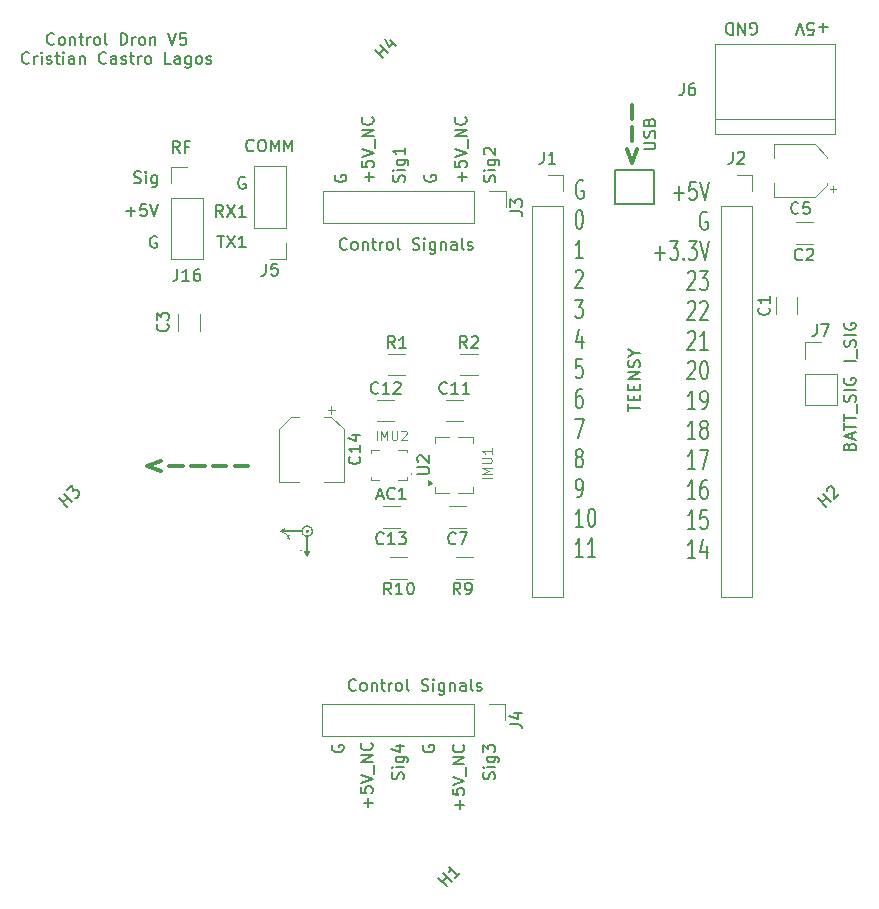
<source format=gbr>
%TF.GenerationSoftware,KiCad,Pcbnew,9.0.6*%
%TF.CreationDate,2026-01-19T06:48:40-03:00*%
%TF.ProjectId,control_dron_v5,636f6e74-726f-46c5-9f64-726f6e5f7635,rev?*%
%TF.SameCoordinates,Original*%
%TF.FileFunction,Legend,Top*%
%TF.FilePolarity,Positive*%
%FSLAX46Y46*%
G04 Gerber Fmt 4.6, Leading zero omitted, Abs format (unit mm)*
G04 Created by KiCad (PCBNEW 9.0.6) date 2026-01-19 06:48:40*
%MOMM*%
%LPD*%
G01*
G04 APERTURE LIST*
%ADD10C,0.150000*%
%ADD11C,0.175000*%
%ADD12C,0.200000*%
%ADD13C,0.375000*%
%ADD14C,0.100000*%
%ADD15C,0.120000*%
%ADD16C,0.000000*%
G04 APERTURE END LIST*
D10*
X156835256Y-50815340D02*
X160195256Y-50815340D01*
X160195256Y-53705340D01*
X156835256Y-53705340D01*
X156835256Y-50815340D01*
X157985075Y-71259387D02*
X157985075Y-70687959D01*
X158985075Y-70973673D02*
X157985075Y-70973673D01*
X158461265Y-70354625D02*
X158461265Y-70021292D01*
X158985075Y-69878435D02*
X158985075Y-70354625D01*
X158985075Y-70354625D02*
X157985075Y-70354625D01*
X157985075Y-70354625D02*
X157985075Y-69878435D01*
X158461265Y-69449863D02*
X158461265Y-69116530D01*
X158985075Y-68973673D02*
X158985075Y-69449863D01*
X158985075Y-69449863D02*
X157985075Y-69449863D01*
X157985075Y-69449863D02*
X157985075Y-68973673D01*
X158985075Y-68545101D02*
X157985075Y-68545101D01*
X157985075Y-68545101D02*
X158985075Y-67973673D01*
X158985075Y-67973673D02*
X157985075Y-67973673D01*
X158937456Y-67545101D02*
X158985075Y-67402244D01*
X158985075Y-67402244D02*
X158985075Y-67164149D01*
X158985075Y-67164149D02*
X158937456Y-67068911D01*
X158937456Y-67068911D02*
X158889836Y-67021292D01*
X158889836Y-67021292D02*
X158794598Y-66973673D01*
X158794598Y-66973673D02*
X158699360Y-66973673D01*
X158699360Y-66973673D02*
X158604122Y-67021292D01*
X158604122Y-67021292D02*
X158556503Y-67068911D01*
X158556503Y-67068911D02*
X158508884Y-67164149D01*
X158508884Y-67164149D02*
X158461265Y-67354625D01*
X158461265Y-67354625D02*
X158413646Y-67449863D01*
X158413646Y-67449863D02*
X158366027Y-67497482D01*
X158366027Y-67497482D02*
X158270789Y-67545101D01*
X158270789Y-67545101D02*
X158175551Y-67545101D01*
X158175551Y-67545101D02*
X158080313Y-67497482D01*
X158080313Y-67497482D02*
X158032694Y-67449863D01*
X158032694Y-67449863D02*
X157985075Y-67354625D01*
X157985075Y-67354625D02*
X157985075Y-67116530D01*
X157985075Y-67116530D02*
X158032694Y-66973673D01*
X158508884Y-66354625D02*
X158985075Y-66354625D01*
X157985075Y-66687958D02*
X158508884Y-66354625D01*
X158508884Y-66354625D02*
X157985075Y-66021292D01*
D11*
X161849648Y-52809662D02*
X162687744Y-52809662D01*
X162268696Y-53407757D02*
X162268696Y-52211567D01*
X163735363Y-51837757D02*
X163211553Y-51837757D01*
X163211553Y-51837757D02*
X163159172Y-52585376D01*
X163159172Y-52585376D02*
X163211553Y-52510615D01*
X163211553Y-52510615D02*
X163316315Y-52435853D01*
X163316315Y-52435853D02*
X163578220Y-52435853D01*
X163578220Y-52435853D02*
X163682982Y-52510615D01*
X163682982Y-52510615D02*
X163735363Y-52585376D01*
X163735363Y-52585376D02*
X163787744Y-52734900D01*
X163787744Y-52734900D02*
X163787744Y-53108710D01*
X163787744Y-53108710D02*
X163735363Y-53258234D01*
X163735363Y-53258234D02*
X163682982Y-53332996D01*
X163682982Y-53332996D02*
X163578220Y-53407757D01*
X163578220Y-53407757D02*
X163316315Y-53407757D01*
X163316315Y-53407757D02*
X163211553Y-53332996D01*
X163211553Y-53332996D02*
X163159172Y-53258234D01*
X164102029Y-51837757D02*
X164468696Y-53407757D01*
X164468696Y-53407757D02*
X164835363Y-51837757D01*
X164678220Y-54440131D02*
X164573458Y-54365369D01*
X164573458Y-54365369D02*
X164416315Y-54365369D01*
X164416315Y-54365369D02*
X164259172Y-54440131D01*
X164259172Y-54440131D02*
X164154410Y-54589655D01*
X164154410Y-54589655D02*
X164102029Y-54739179D01*
X164102029Y-54739179D02*
X164049648Y-55038227D01*
X164049648Y-55038227D02*
X164049648Y-55262512D01*
X164049648Y-55262512D02*
X164102029Y-55561560D01*
X164102029Y-55561560D02*
X164154410Y-55711084D01*
X164154410Y-55711084D02*
X164259172Y-55860608D01*
X164259172Y-55860608D02*
X164416315Y-55935369D01*
X164416315Y-55935369D02*
X164521077Y-55935369D01*
X164521077Y-55935369D02*
X164678220Y-55860608D01*
X164678220Y-55860608D02*
X164730601Y-55785846D01*
X164730601Y-55785846D02*
X164730601Y-55262512D01*
X164730601Y-55262512D02*
X164521077Y-55262512D01*
X160278219Y-57864886D02*
X161116315Y-57864886D01*
X160697267Y-58462981D02*
X160697267Y-57266791D01*
X161535362Y-56892981D02*
X162216315Y-56892981D01*
X162216315Y-56892981D02*
X161849648Y-57491077D01*
X161849648Y-57491077D02*
X162006791Y-57491077D01*
X162006791Y-57491077D02*
X162111553Y-57565839D01*
X162111553Y-57565839D02*
X162163934Y-57640600D01*
X162163934Y-57640600D02*
X162216315Y-57790124D01*
X162216315Y-57790124D02*
X162216315Y-58163934D01*
X162216315Y-58163934D02*
X162163934Y-58313458D01*
X162163934Y-58313458D02*
X162111553Y-58388220D01*
X162111553Y-58388220D02*
X162006791Y-58462981D01*
X162006791Y-58462981D02*
X161692505Y-58462981D01*
X161692505Y-58462981D02*
X161587743Y-58388220D01*
X161587743Y-58388220D02*
X161535362Y-58313458D01*
X162687743Y-58313458D02*
X162740124Y-58388220D01*
X162740124Y-58388220D02*
X162687743Y-58462981D01*
X162687743Y-58462981D02*
X162635362Y-58388220D01*
X162635362Y-58388220D02*
X162687743Y-58313458D01*
X162687743Y-58313458D02*
X162687743Y-58462981D01*
X163106791Y-56892981D02*
X163787744Y-56892981D01*
X163787744Y-56892981D02*
X163421077Y-57491077D01*
X163421077Y-57491077D02*
X163578220Y-57491077D01*
X163578220Y-57491077D02*
X163682982Y-57565839D01*
X163682982Y-57565839D02*
X163735363Y-57640600D01*
X163735363Y-57640600D02*
X163787744Y-57790124D01*
X163787744Y-57790124D02*
X163787744Y-58163934D01*
X163787744Y-58163934D02*
X163735363Y-58313458D01*
X163735363Y-58313458D02*
X163682982Y-58388220D01*
X163682982Y-58388220D02*
X163578220Y-58462981D01*
X163578220Y-58462981D02*
X163263934Y-58462981D01*
X163263934Y-58462981D02*
X163159172Y-58388220D01*
X163159172Y-58388220D02*
X163106791Y-58313458D01*
X164102029Y-56892981D02*
X164468696Y-58462981D01*
X164468696Y-58462981D02*
X164835363Y-56892981D01*
X163054410Y-59570117D02*
X163106791Y-59495355D01*
X163106791Y-59495355D02*
X163211553Y-59420593D01*
X163211553Y-59420593D02*
X163473458Y-59420593D01*
X163473458Y-59420593D02*
X163578220Y-59495355D01*
X163578220Y-59495355D02*
X163630601Y-59570117D01*
X163630601Y-59570117D02*
X163682982Y-59719641D01*
X163682982Y-59719641D02*
X163682982Y-59869165D01*
X163682982Y-59869165D02*
X163630601Y-60093451D01*
X163630601Y-60093451D02*
X163002029Y-60990593D01*
X163002029Y-60990593D02*
X163682982Y-60990593D01*
X164049648Y-59420593D02*
X164730601Y-59420593D01*
X164730601Y-59420593D02*
X164363934Y-60018689D01*
X164363934Y-60018689D02*
X164521077Y-60018689D01*
X164521077Y-60018689D02*
X164625839Y-60093451D01*
X164625839Y-60093451D02*
X164678220Y-60168212D01*
X164678220Y-60168212D02*
X164730601Y-60317736D01*
X164730601Y-60317736D02*
X164730601Y-60691546D01*
X164730601Y-60691546D02*
X164678220Y-60841070D01*
X164678220Y-60841070D02*
X164625839Y-60915832D01*
X164625839Y-60915832D02*
X164521077Y-60990593D01*
X164521077Y-60990593D02*
X164206791Y-60990593D01*
X164206791Y-60990593D02*
X164102029Y-60915832D01*
X164102029Y-60915832D02*
X164049648Y-60841070D01*
X163054410Y-62097729D02*
X163106791Y-62022967D01*
X163106791Y-62022967D02*
X163211553Y-61948205D01*
X163211553Y-61948205D02*
X163473458Y-61948205D01*
X163473458Y-61948205D02*
X163578220Y-62022967D01*
X163578220Y-62022967D02*
X163630601Y-62097729D01*
X163630601Y-62097729D02*
X163682982Y-62247253D01*
X163682982Y-62247253D02*
X163682982Y-62396777D01*
X163682982Y-62396777D02*
X163630601Y-62621063D01*
X163630601Y-62621063D02*
X163002029Y-63518205D01*
X163002029Y-63518205D02*
X163682982Y-63518205D01*
X164102029Y-62097729D02*
X164154410Y-62022967D01*
X164154410Y-62022967D02*
X164259172Y-61948205D01*
X164259172Y-61948205D02*
X164521077Y-61948205D01*
X164521077Y-61948205D02*
X164625839Y-62022967D01*
X164625839Y-62022967D02*
X164678220Y-62097729D01*
X164678220Y-62097729D02*
X164730601Y-62247253D01*
X164730601Y-62247253D02*
X164730601Y-62396777D01*
X164730601Y-62396777D02*
X164678220Y-62621063D01*
X164678220Y-62621063D02*
X164049648Y-63518205D01*
X164049648Y-63518205D02*
X164730601Y-63518205D01*
X163054410Y-64625341D02*
X163106791Y-64550579D01*
X163106791Y-64550579D02*
X163211553Y-64475817D01*
X163211553Y-64475817D02*
X163473458Y-64475817D01*
X163473458Y-64475817D02*
X163578220Y-64550579D01*
X163578220Y-64550579D02*
X163630601Y-64625341D01*
X163630601Y-64625341D02*
X163682982Y-64774865D01*
X163682982Y-64774865D02*
X163682982Y-64924389D01*
X163682982Y-64924389D02*
X163630601Y-65148675D01*
X163630601Y-65148675D02*
X163002029Y-66045817D01*
X163002029Y-66045817D02*
X163682982Y-66045817D01*
X164730601Y-66045817D02*
X164102029Y-66045817D01*
X164416315Y-66045817D02*
X164416315Y-64475817D01*
X164416315Y-64475817D02*
X164311553Y-64700103D01*
X164311553Y-64700103D02*
X164206791Y-64849627D01*
X164206791Y-64849627D02*
X164102029Y-64924389D01*
X163054410Y-67152953D02*
X163106791Y-67078191D01*
X163106791Y-67078191D02*
X163211553Y-67003429D01*
X163211553Y-67003429D02*
X163473458Y-67003429D01*
X163473458Y-67003429D02*
X163578220Y-67078191D01*
X163578220Y-67078191D02*
X163630601Y-67152953D01*
X163630601Y-67152953D02*
X163682982Y-67302477D01*
X163682982Y-67302477D02*
X163682982Y-67452001D01*
X163682982Y-67452001D02*
X163630601Y-67676287D01*
X163630601Y-67676287D02*
X163002029Y-68573429D01*
X163002029Y-68573429D02*
X163682982Y-68573429D01*
X164363934Y-67003429D02*
X164468696Y-67003429D01*
X164468696Y-67003429D02*
X164573458Y-67078191D01*
X164573458Y-67078191D02*
X164625839Y-67152953D01*
X164625839Y-67152953D02*
X164678220Y-67302477D01*
X164678220Y-67302477D02*
X164730601Y-67601525D01*
X164730601Y-67601525D02*
X164730601Y-67975334D01*
X164730601Y-67975334D02*
X164678220Y-68274382D01*
X164678220Y-68274382D02*
X164625839Y-68423906D01*
X164625839Y-68423906D02*
X164573458Y-68498668D01*
X164573458Y-68498668D02*
X164468696Y-68573429D01*
X164468696Y-68573429D02*
X164363934Y-68573429D01*
X164363934Y-68573429D02*
X164259172Y-68498668D01*
X164259172Y-68498668D02*
X164206791Y-68423906D01*
X164206791Y-68423906D02*
X164154410Y-68274382D01*
X164154410Y-68274382D02*
X164102029Y-67975334D01*
X164102029Y-67975334D02*
X164102029Y-67601525D01*
X164102029Y-67601525D02*
X164154410Y-67302477D01*
X164154410Y-67302477D02*
X164206791Y-67152953D01*
X164206791Y-67152953D02*
X164259172Y-67078191D01*
X164259172Y-67078191D02*
X164363934Y-67003429D01*
X163682982Y-71101041D02*
X163054410Y-71101041D01*
X163368696Y-71101041D02*
X163368696Y-69531041D01*
X163368696Y-69531041D02*
X163263934Y-69755327D01*
X163263934Y-69755327D02*
X163159172Y-69904851D01*
X163159172Y-69904851D02*
X163054410Y-69979613D01*
X164206791Y-71101041D02*
X164416315Y-71101041D01*
X164416315Y-71101041D02*
X164521077Y-71026280D01*
X164521077Y-71026280D02*
X164573458Y-70951518D01*
X164573458Y-70951518D02*
X164678220Y-70727232D01*
X164678220Y-70727232D02*
X164730601Y-70428184D01*
X164730601Y-70428184D02*
X164730601Y-69830089D01*
X164730601Y-69830089D02*
X164678220Y-69680565D01*
X164678220Y-69680565D02*
X164625839Y-69605803D01*
X164625839Y-69605803D02*
X164521077Y-69531041D01*
X164521077Y-69531041D02*
X164311553Y-69531041D01*
X164311553Y-69531041D02*
X164206791Y-69605803D01*
X164206791Y-69605803D02*
X164154410Y-69680565D01*
X164154410Y-69680565D02*
X164102029Y-69830089D01*
X164102029Y-69830089D02*
X164102029Y-70203899D01*
X164102029Y-70203899D02*
X164154410Y-70353422D01*
X164154410Y-70353422D02*
X164206791Y-70428184D01*
X164206791Y-70428184D02*
X164311553Y-70502946D01*
X164311553Y-70502946D02*
X164521077Y-70502946D01*
X164521077Y-70502946D02*
X164625839Y-70428184D01*
X164625839Y-70428184D02*
X164678220Y-70353422D01*
X164678220Y-70353422D02*
X164730601Y-70203899D01*
X163682982Y-73628653D02*
X163054410Y-73628653D01*
X163368696Y-73628653D02*
X163368696Y-72058653D01*
X163368696Y-72058653D02*
X163263934Y-72282939D01*
X163263934Y-72282939D02*
X163159172Y-72432463D01*
X163159172Y-72432463D02*
X163054410Y-72507225D01*
X164311553Y-72731511D02*
X164206791Y-72656749D01*
X164206791Y-72656749D02*
X164154410Y-72581987D01*
X164154410Y-72581987D02*
X164102029Y-72432463D01*
X164102029Y-72432463D02*
X164102029Y-72357701D01*
X164102029Y-72357701D02*
X164154410Y-72208177D01*
X164154410Y-72208177D02*
X164206791Y-72133415D01*
X164206791Y-72133415D02*
X164311553Y-72058653D01*
X164311553Y-72058653D02*
X164521077Y-72058653D01*
X164521077Y-72058653D02*
X164625839Y-72133415D01*
X164625839Y-72133415D02*
X164678220Y-72208177D01*
X164678220Y-72208177D02*
X164730601Y-72357701D01*
X164730601Y-72357701D02*
X164730601Y-72432463D01*
X164730601Y-72432463D02*
X164678220Y-72581987D01*
X164678220Y-72581987D02*
X164625839Y-72656749D01*
X164625839Y-72656749D02*
X164521077Y-72731511D01*
X164521077Y-72731511D02*
X164311553Y-72731511D01*
X164311553Y-72731511D02*
X164206791Y-72806272D01*
X164206791Y-72806272D02*
X164154410Y-72881034D01*
X164154410Y-72881034D02*
X164102029Y-73030558D01*
X164102029Y-73030558D02*
X164102029Y-73329606D01*
X164102029Y-73329606D02*
X164154410Y-73479130D01*
X164154410Y-73479130D02*
X164206791Y-73553892D01*
X164206791Y-73553892D02*
X164311553Y-73628653D01*
X164311553Y-73628653D02*
X164521077Y-73628653D01*
X164521077Y-73628653D02*
X164625839Y-73553892D01*
X164625839Y-73553892D02*
X164678220Y-73479130D01*
X164678220Y-73479130D02*
X164730601Y-73329606D01*
X164730601Y-73329606D02*
X164730601Y-73030558D01*
X164730601Y-73030558D02*
X164678220Y-72881034D01*
X164678220Y-72881034D02*
X164625839Y-72806272D01*
X164625839Y-72806272D02*
X164521077Y-72731511D01*
X163682982Y-76156265D02*
X163054410Y-76156265D01*
X163368696Y-76156265D02*
X163368696Y-74586265D01*
X163368696Y-74586265D02*
X163263934Y-74810551D01*
X163263934Y-74810551D02*
X163159172Y-74960075D01*
X163159172Y-74960075D02*
X163054410Y-75034837D01*
X164049648Y-74586265D02*
X164782982Y-74586265D01*
X164782982Y-74586265D02*
X164311553Y-76156265D01*
X163682982Y-78683877D02*
X163054410Y-78683877D01*
X163368696Y-78683877D02*
X163368696Y-77113877D01*
X163368696Y-77113877D02*
X163263934Y-77338163D01*
X163263934Y-77338163D02*
X163159172Y-77487687D01*
X163159172Y-77487687D02*
X163054410Y-77562449D01*
X164625839Y-77113877D02*
X164416315Y-77113877D01*
X164416315Y-77113877D02*
X164311553Y-77188639D01*
X164311553Y-77188639D02*
X164259172Y-77263401D01*
X164259172Y-77263401D02*
X164154410Y-77487687D01*
X164154410Y-77487687D02*
X164102029Y-77786735D01*
X164102029Y-77786735D02*
X164102029Y-78384830D01*
X164102029Y-78384830D02*
X164154410Y-78534354D01*
X164154410Y-78534354D02*
X164206791Y-78609116D01*
X164206791Y-78609116D02*
X164311553Y-78683877D01*
X164311553Y-78683877D02*
X164521077Y-78683877D01*
X164521077Y-78683877D02*
X164625839Y-78609116D01*
X164625839Y-78609116D02*
X164678220Y-78534354D01*
X164678220Y-78534354D02*
X164730601Y-78384830D01*
X164730601Y-78384830D02*
X164730601Y-78011020D01*
X164730601Y-78011020D02*
X164678220Y-77861496D01*
X164678220Y-77861496D02*
X164625839Y-77786735D01*
X164625839Y-77786735D02*
X164521077Y-77711973D01*
X164521077Y-77711973D02*
X164311553Y-77711973D01*
X164311553Y-77711973D02*
X164206791Y-77786735D01*
X164206791Y-77786735D02*
X164154410Y-77861496D01*
X164154410Y-77861496D02*
X164102029Y-78011020D01*
X163682982Y-81211489D02*
X163054410Y-81211489D01*
X163368696Y-81211489D02*
X163368696Y-79641489D01*
X163368696Y-79641489D02*
X163263934Y-79865775D01*
X163263934Y-79865775D02*
X163159172Y-80015299D01*
X163159172Y-80015299D02*
X163054410Y-80090061D01*
X164678220Y-79641489D02*
X164154410Y-79641489D01*
X164154410Y-79641489D02*
X164102029Y-80389108D01*
X164102029Y-80389108D02*
X164154410Y-80314347D01*
X164154410Y-80314347D02*
X164259172Y-80239585D01*
X164259172Y-80239585D02*
X164521077Y-80239585D01*
X164521077Y-80239585D02*
X164625839Y-80314347D01*
X164625839Y-80314347D02*
X164678220Y-80389108D01*
X164678220Y-80389108D02*
X164730601Y-80538632D01*
X164730601Y-80538632D02*
X164730601Y-80912442D01*
X164730601Y-80912442D02*
X164678220Y-81061966D01*
X164678220Y-81061966D02*
X164625839Y-81136728D01*
X164625839Y-81136728D02*
X164521077Y-81211489D01*
X164521077Y-81211489D02*
X164259172Y-81211489D01*
X164259172Y-81211489D02*
X164154410Y-81136728D01*
X164154410Y-81136728D02*
X164102029Y-81061966D01*
X163682982Y-83739101D02*
X163054410Y-83739101D01*
X163368696Y-83739101D02*
X163368696Y-82169101D01*
X163368696Y-82169101D02*
X163263934Y-82393387D01*
X163263934Y-82393387D02*
X163159172Y-82542911D01*
X163159172Y-82542911D02*
X163054410Y-82617673D01*
X164625839Y-82692435D02*
X164625839Y-83739101D01*
X164363934Y-82094340D02*
X164102029Y-83215768D01*
X164102029Y-83215768D02*
X164782982Y-83215768D01*
D12*
X134168189Y-57506980D02*
X134120570Y-57554600D01*
X134120570Y-57554600D02*
X133977713Y-57602219D01*
X133977713Y-57602219D02*
X133882475Y-57602219D01*
X133882475Y-57602219D02*
X133739618Y-57554600D01*
X133739618Y-57554600D02*
X133644380Y-57459361D01*
X133644380Y-57459361D02*
X133596761Y-57364123D01*
X133596761Y-57364123D02*
X133549142Y-57173647D01*
X133549142Y-57173647D02*
X133549142Y-57030790D01*
X133549142Y-57030790D02*
X133596761Y-56840314D01*
X133596761Y-56840314D02*
X133644380Y-56745076D01*
X133644380Y-56745076D02*
X133739618Y-56649838D01*
X133739618Y-56649838D02*
X133882475Y-56602219D01*
X133882475Y-56602219D02*
X133977713Y-56602219D01*
X133977713Y-56602219D02*
X134120570Y-56649838D01*
X134120570Y-56649838D02*
X134168189Y-56697457D01*
X134739618Y-57602219D02*
X134644380Y-57554600D01*
X134644380Y-57554600D02*
X134596761Y-57506980D01*
X134596761Y-57506980D02*
X134549142Y-57411742D01*
X134549142Y-57411742D02*
X134549142Y-57126028D01*
X134549142Y-57126028D02*
X134596761Y-57030790D01*
X134596761Y-57030790D02*
X134644380Y-56983171D01*
X134644380Y-56983171D02*
X134739618Y-56935552D01*
X134739618Y-56935552D02*
X134882475Y-56935552D01*
X134882475Y-56935552D02*
X134977713Y-56983171D01*
X134977713Y-56983171D02*
X135025332Y-57030790D01*
X135025332Y-57030790D02*
X135072951Y-57126028D01*
X135072951Y-57126028D02*
X135072951Y-57411742D01*
X135072951Y-57411742D02*
X135025332Y-57506980D01*
X135025332Y-57506980D02*
X134977713Y-57554600D01*
X134977713Y-57554600D02*
X134882475Y-57602219D01*
X134882475Y-57602219D02*
X134739618Y-57602219D01*
X135501523Y-56935552D02*
X135501523Y-57602219D01*
X135501523Y-57030790D02*
X135549142Y-56983171D01*
X135549142Y-56983171D02*
X135644380Y-56935552D01*
X135644380Y-56935552D02*
X135787237Y-56935552D01*
X135787237Y-56935552D02*
X135882475Y-56983171D01*
X135882475Y-56983171D02*
X135930094Y-57078409D01*
X135930094Y-57078409D02*
X135930094Y-57602219D01*
X136263428Y-56935552D02*
X136644380Y-56935552D01*
X136406285Y-56602219D02*
X136406285Y-57459361D01*
X136406285Y-57459361D02*
X136453904Y-57554600D01*
X136453904Y-57554600D02*
X136549142Y-57602219D01*
X136549142Y-57602219D02*
X136644380Y-57602219D01*
X136977714Y-57602219D02*
X136977714Y-56935552D01*
X136977714Y-57126028D02*
X137025333Y-57030790D01*
X137025333Y-57030790D02*
X137072952Y-56983171D01*
X137072952Y-56983171D02*
X137168190Y-56935552D01*
X137168190Y-56935552D02*
X137263428Y-56935552D01*
X137739619Y-57602219D02*
X137644381Y-57554600D01*
X137644381Y-57554600D02*
X137596762Y-57506980D01*
X137596762Y-57506980D02*
X137549143Y-57411742D01*
X137549143Y-57411742D02*
X137549143Y-57126028D01*
X137549143Y-57126028D02*
X137596762Y-57030790D01*
X137596762Y-57030790D02*
X137644381Y-56983171D01*
X137644381Y-56983171D02*
X137739619Y-56935552D01*
X137739619Y-56935552D02*
X137882476Y-56935552D01*
X137882476Y-56935552D02*
X137977714Y-56983171D01*
X137977714Y-56983171D02*
X138025333Y-57030790D01*
X138025333Y-57030790D02*
X138072952Y-57126028D01*
X138072952Y-57126028D02*
X138072952Y-57411742D01*
X138072952Y-57411742D02*
X138025333Y-57506980D01*
X138025333Y-57506980D02*
X137977714Y-57554600D01*
X137977714Y-57554600D02*
X137882476Y-57602219D01*
X137882476Y-57602219D02*
X137739619Y-57602219D01*
X138644381Y-57602219D02*
X138549143Y-57554600D01*
X138549143Y-57554600D02*
X138501524Y-57459361D01*
X138501524Y-57459361D02*
X138501524Y-56602219D01*
X139739620Y-57554600D02*
X139882477Y-57602219D01*
X139882477Y-57602219D02*
X140120572Y-57602219D01*
X140120572Y-57602219D02*
X140215810Y-57554600D01*
X140215810Y-57554600D02*
X140263429Y-57506980D01*
X140263429Y-57506980D02*
X140311048Y-57411742D01*
X140311048Y-57411742D02*
X140311048Y-57316504D01*
X140311048Y-57316504D02*
X140263429Y-57221266D01*
X140263429Y-57221266D02*
X140215810Y-57173647D01*
X140215810Y-57173647D02*
X140120572Y-57126028D01*
X140120572Y-57126028D02*
X139930096Y-57078409D01*
X139930096Y-57078409D02*
X139834858Y-57030790D01*
X139834858Y-57030790D02*
X139787239Y-56983171D01*
X139787239Y-56983171D02*
X139739620Y-56887933D01*
X139739620Y-56887933D02*
X139739620Y-56792695D01*
X139739620Y-56792695D02*
X139787239Y-56697457D01*
X139787239Y-56697457D02*
X139834858Y-56649838D01*
X139834858Y-56649838D02*
X139930096Y-56602219D01*
X139930096Y-56602219D02*
X140168191Y-56602219D01*
X140168191Y-56602219D02*
X140311048Y-56649838D01*
X140739620Y-57602219D02*
X140739620Y-56935552D01*
X140739620Y-56602219D02*
X140692001Y-56649838D01*
X140692001Y-56649838D02*
X140739620Y-56697457D01*
X140739620Y-56697457D02*
X140787239Y-56649838D01*
X140787239Y-56649838D02*
X140739620Y-56602219D01*
X140739620Y-56602219D02*
X140739620Y-56697457D01*
X141644381Y-56935552D02*
X141644381Y-57745076D01*
X141644381Y-57745076D02*
X141596762Y-57840314D01*
X141596762Y-57840314D02*
X141549143Y-57887933D01*
X141549143Y-57887933D02*
X141453905Y-57935552D01*
X141453905Y-57935552D02*
X141311048Y-57935552D01*
X141311048Y-57935552D02*
X141215810Y-57887933D01*
X141644381Y-57554600D02*
X141549143Y-57602219D01*
X141549143Y-57602219D02*
X141358667Y-57602219D01*
X141358667Y-57602219D02*
X141263429Y-57554600D01*
X141263429Y-57554600D02*
X141215810Y-57506980D01*
X141215810Y-57506980D02*
X141168191Y-57411742D01*
X141168191Y-57411742D02*
X141168191Y-57126028D01*
X141168191Y-57126028D02*
X141215810Y-57030790D01*
X141215810Y-57030790D02*
X141263429Y-56983171D01*
X141263429Y-56983171D02*
X141358667Y-56935552D01*
X141358667Y-56935552D02*
X141549143Y-56935552D01*
X141549143Y-56935552D02*
X141644381Y-56983171D01*
X142120572Y-56935552D02*
X142120572Y-57602219D01*
X142120572Y-57030790D02*
X142168191Y-56983171D01*
X142168191Y-56983171D02*
X142263429Y-56935552D01*
X142263429Y-56935552D02*
X142406286Y-56935552D01*
X142406286Y-56935552D02*
X142501524Y-56983171D01*
X142501524Y-56983171D02*
X142549143Y-57078409D01*
X142549143Y-57078409D02*
X142549143Y-57602219D01*
X143453905Y-57602219D02*
X143453905Y-57078409D01*
X143453905Y-57078409D02*
X143406286Y-56983171D01*
X143406286Y-56983171D02*
X143311048Y-56935552D01*
X143311048Y-56935552D02*
X143120572Y-56935552D01*
X143120572Y-56935552D02*
X143025334Y-56983171D01*
X143453905Y-57554600D02*
X143358667Y-57602219D01*
X143358667Y-57602219D02*
X143120572Y-57602219D01*
X143120572Y-57602219D02*
X143025334Y-57554600D01*
X143025334Y-57554600D02*
X142977715Y-57459361D01*
X142977715Y-57459361D02*
X142977715Y-57364123D01*
X142977715Y-57364123D02*
X143025334Y-57268885D01*
X143025334Y-57268885D02*
X143120572Y-57221266D01*
X143120572Y-57221266D02*
X143358667Y-57221266D01*
X143358667Y-57221266D02*
X143453905Y-57173647D01*
X144072953Y-57602219D02*
X143977715Y-57554600D01*
X143977715Y-57554600D02*
X143930096Y-57459361D01*
X143930096Y-57459361D02*
X143930096Y-56602219D01*
X144406287Y-57554600D02*
X144501525Y-57602219D01*
X144501525Y-57602219D02*
X144692001Y-57602219D01*
X144692001Y-57602219D02*
X144787239Y-57554600D01*
X144787239Y-57554600D02*
X144834858Y-57459361D01*
X144834858Y-57459361D02*
X144834858Y-57411742D01*
X144834858Y-57411742D02*
X144787239Y-57316504D01*
X144787239Y-57316504D02*
X144692001Y-57268885D01*
X144692001Y-57268885D02*
X144549144Y-57268885D01*
X144549144Y-57268885D02*
X144453906Y-57221266D01*
X144453906Y-57221266D02*
X144406287Y-57126028D01*
X144406287Y-57126028D02*
X144406287Y-57078409D01*
X144406287Y-57078409D02*
X144453906Y-56983171D01*
X144453906Y-56983171D02*
X144549144Y-56935552D01*
X144549144Y-56935552D02*
X144692001Y-56935552D01*
X144692001Y-56935552D02*
X144787239Y-56983171D01*
D10*
X143923866Y-51815475D02*
X143923866Y-51053571D01*
X144304819Y-51434523D02*
X143542914Y-51434523D01*
X143304819Y-50101190D02*
X143304819Y-50577380D01*
X143304819Y-50577380D02*
X143781009Y-50624999D01*
X143781009Y-50624999D02*
X143733390Y-50577380D01*
X143733390Y-50577380D02*
X143685771Y-50482142D01*
X143685771Y-50482142D02*
X143685771Y-50244047D01*
X143685771Y-50244047D02*
X143733390Y-50148809D01*
X143733390Y-50148809D02*
X143781009Y-50101190D01*
X143781009Y-50101190D02*
X143876247Y-50053571D01*
X143876247Y-50053571D02*
X144114342Y-50053571D01*
X144114342Y-50053571D02*
X144209580Y-50101190D01*
X144209580Y-50101190D02*
X144257200Y-50148809D01*
X144257200Y-50148809D02*
X144304819Y-50244047D01*
X144304819Y-50244047D02*
X144304819Y-50482142D01*
X144304819Y-50482142D02*
X144257200Y-50577380D01*
X144257200Y-50577380D02*
X144209580Y-50624999D01*
X143304819Y-49767856D02*
X144304819Y-49434523D01*
X144304819Y-49434523D02*
X143304819Y-49101190D01*
X144400057Y-49005952D02*
X144400057Y-48244047D01*
X144304819Y-48005951D02*
X143304819Y-48005951D01*
X143304819Y-48005951D02*
X144304819Y-47434523D01*
X144304819Y-47434523D02*
X143304819Y-47434523D01*
X144209580Y-46386904D02*
X144257200Y-46434523D01*
X144257200Y-46434523D02*
X144304819Y-46577380D01*
X144304819Y-46577380D02*
X144304819Y-46672618D01*
X144304819Y-46672618D02*
X144257200Y-46815475D01*
X144257200Y-46815475D02*
X144161961Y-46910713D01*
X144161961Y-46910713D02*
X144066723Y-46958332D01*
X144066723Y-46958332D02*
X143876247Y-47005951D01*
X143876247Y-47005951D02*
X143733390Y-47005951D01*
X143733390Y-47005951D02*
X143542914Y-46958332D01*
X143542914Y-46958332D02*
X143447676Y-46910713D01*
X143447676Y-46910713D02*
X143352438Y-46815475D01*
X143352438Y-46815475D02*
X143304819Y-46672618D01*
X143304819Y-46672618D02*
X143304819Y-46577380D01*
X143304819Y-46577380D02*
X143352438Y-46434523D01*
X143352438Y-46434523D02*
X143400057Y-46386904D01*
X120005952Y-49404819D02*
X119672619Y-48928628D01*
X119434524Y-49404819D02*
X119434524Y-48404819D01*
X119434524Y-48404819D02*
X119815476Y-48404819D01*
X119815476Y-48404819D02*
X119910714Y-48452438D01*
X119910714Y-48452438D02*
X119958333Y-48500057D01*
X119958333Y-48500057D02*
X120005952Y-48595295D01*
X120005952Y-48595295D02*
X120005952Y-48738152D01*
X120005952Y-48738152D02*
X119958333Y-48833390D01*
X119958333Y-48833390D02*
X119910714Y-48881009D01*
X119910714Y-48881009D02*
X119815476Y-48928628D01*
X119815476Y-48928628D02*
X119434524Y-48928628D01*
X120767857Y-48881009D02*
X120434524Y-48881009D01*
X120434524Y-49404819D02*
X120434524Y-48404819D01*
X120434524Y-48404819D02*
X120910714Y-48404819D01*
X126267857Y-49184580D02*
X126220238Y-49232200D01*
X126220238Y-49232200D02*
X126077381Y-49279819D01*
X126077381Y-49279819D02*
X125982143Y-49279819D01*
X125982143Y-49279819D02*
X125839286Y-49232200D01*
X125839286Y-49232200D02*
X125744048Y-49136961D01*
X125744048Y-49136961D02*
X125696429Y-49041723D01*
X125696429Y-49041723D02*
X125648810Y-48851247D01*
X125648810Y-48851247D02*
X125648810Y-48708390D01*
X125648810Y-48708390D02*
X125696429Y-48517914D01*
X125696429Y-48517914D02*
X125744048Y-48422676D01*
X125744048Y-48422676D02*
X125839286Y-48327438D01*
X125839286Y-48327438D02*
X125982143Y-48279819D01*
X125982143Y-48279819D02*
X126077381Y-48279819D01*
X126077381Y-48279819D02*
X126220238Y-48327438D01*
X126220238Y-48327438D02*
X126267857Y-48375057D01*
X126886905Y-48279819D02*
X127077381Y-48279819D01*
X127077381Y-48279819D02*
X127172619Y-48327438D01*
X127172619Y-48327438D02*
X127267857Y-48422676D01*
X127267857Y-48422676D02*
X127315476Y-48613152D01*
X127315476Y-48613152D02*
X127315476Y-48946485D01*
X127315476Y-48946485D02*
X127267857Y-49136961D01*
X127267857Y-49136961D02*
X127172619Y-49232200D01*
X127172619Y-49232200D02*
X127077381Y-49279819D01*
X127077381Y-49279819D02*
X126886905Y-49279819D01*
X126886905Y-49279819D02*
X126791667Y-49232200D01*
X126791667Y-49232200D02*
X126696429Y-49136961D01*
X126696429Y-49136961D02*
X126648810Y-48946485D01*
X126648810Y-48946485D02*
X126648810Y-48613152D01*
X126648810Y-48613152D02*
X126696429Y-48422676D01*
X126696429Y-48422676D02*
X126791667Y-48327438D01*
X126791667Y-48327438D02*
X126886905Y-48279819D01*
X127744048Y-49279819D02*
X127744048Y-48279819D01*
X127744048Y-48279819D02*
X128077381Y-48994104D01*
X128077381Y-48994104D02*
X128410714Y-48279819D01*
X128410714Y-48279819D02*
X128410714Y-49279819D01*
X128886905Y-49279819D02*
X128886905Y-48279819D01*
X128886905Y-48279819D02*
X129220238Y-48994104D01*
X129220238Y-48994104D02*
X129553571Y-48279819D01*
X129553571Y-48279819D02*
X129553571Y-49279819D01*
X136048866Y-51815475D02*
X136048866Y-51053571D01*
X136429819Y-51434523D02*
X135667914Y-51434523D01*
X135429819Y-50101190D02*
X135429819Y-50577380D01*
X135429819Y-50577380D02*
X135906009Y-50624999D01*
X135906009Y-50624999D02*
X135858390Y-50577380D01*
X135858390Y-50577380D02*
X135810771Y-50482142D01*
X135810771Y-50482142D02*
X135810771Y-50244047D01*
X135810771Y-50244047D02*
X135858390Y-50148809D01*
X135858390Y-50148809D02*
X135906009Y-50101190D01*
X135906009Y-50101190D02*
X136001247Y-50053571D01*
X136001247Y-50053571D02*
X136239342Y-50053571D01*
X136239342Y-50053571D02*
X136334580Y-50101190D01*
X136334580Y-50101190D02*
X136382200Y-50148809D01*
X136382200Y-50148809D02*
X136429819Y-50244047D01*
X136429819Y-50244047D02*
X136429819Y-50482142D01*
X136429819Y-50482142D02*
X136382200Y-50577380D01*
X136382200Y-50577380D02*
X136334580Y-50624999D01*
X135429819Y-49767856D02*
X136429819Y-49434523D01*
X136429819Y-49434523D02*
X135429819Y-49101190D01*
X136525057Y-49005952D02*
X136525057Y-48244047D01*
X136429819Y-48005951D02*
X135429819Y-48005951D01*
X135429819Y-48005951D02*
X136429819Y-47434523D01*
X136429819Y-47434523D02*
X135429819Y-47434523D01*
X136334580Y-46386904D02*
X136382200Y-46434523D01*
X136382200Y-46434523D02*
X136429819Y-46577380D01*
X136429819Y-46577380D02*
X136429819Y-46672618D01*
X136429819Y-46672618D02*
X136382200Y-46815475D01*
X136382200Y-46815475D02*
X136286961Y-46910713D01*
X136286961Y-46910713D02*
X136191723Y-46958332D01*
X136191723Y-46958332D02*
X136001247Y-47005951D01*
X136001247Y-47005951D02*
X135858390Y-47005951D01*
X135858390Y-47005951D02*
X135667914Y-46958332D01*
X135667914Y-46958332D02*
X135572676Y-46910713D01*
X135572676Y-46910713D02*
X135477438Y-46815475D01*
X135477438Y-46815475D02*
X135429819Y-46672618D01*
X135429819Y-46672618D02*
X135429819Y-46577380D01*
X135429819Y-46577380D02*
X135477438Y-46434523D01*
X135477438Y-46434523D02*
X135525057Y-46386904D01*
D13*
X118407143Y-75494428D02*
X117264285Y-75923000D01*
X117264285Y-75923000D02*
X118407143Y-76351571D01*
X119121428Y-75923000D02*
X120264286Y-75923000D01*
X120978571Y-75923000D02*
X122121429Y-75923000D01*
X122835714Y-75923000D02*
X123978572Y-75923000D01*
X124692857Y-75923000D02*
X125835715Y-75923000D01*
D10*
X132952438Y-99570238D02*
X132904819Y-99665476D01*
X132904819Y-99665476D02*
X132904819Y-99808333D01*
X132904819Y-99808333D02*
X132952438Y-99951190D01*
X132952438Y-99951190D02*
X133047676Y-100046428D01*
X133047676Y-100046428D02*
X133142914Y-100094047D01*
X133142914Y-100094047D02*
X133333390Y-100141666D01*
X133333390Y-100141666D02*
X133476247Y-100141666D01*
X133476247Y-100141666D02*
X133666723Y-100094047D01*
X133666723Y-100094047D02*
X133761961Y-100046428D01*
X133761961Y-100046428D02*
X133857200Y-99951190D01*
X133857200Y-99951190D02*
X133904819Y-99808333D01*
X133904819Y-99808333D02*
X133904819Y-99713095D01*
X133904819Y-99713095D02*
X133857200Y-99570238D01*
X133857200Y-99570238D02*
X133809580Y-99522619D01*
X133809580Y-99522619D02*
X133476247Y-99522619D01*
X133476247Y-99522619D02*
X133476247Y-99713095D01*
D12*
X176723409Y-74246993D02*
X176771028Y-74104136D01*
X176771028Y-74104136D02*
X176818647Y-74056517D01*
X176818647Y-74056517D02*
X176913885Y-74008898D01*
X176913885Y-74008898D02*
X177056742Y-74008898D01*
X177056742Y-74008898D02*
X177151980Y-74056517D01*
X177151980Y-74056517D02*
X177199600Y-74104136D01*
X177199600Y-74104136D02*
X177247219Y-74199374D01*
X177247219Y-74199374D02*
X177247219Y-74580326D01*
X177247219Y-74580326D02*
X176247219Y-74580326D01*
X176247219Y-74580326D02*
X176247219Y-74246993D01*
X176247219Y-74246993D02*
X176294838Y-74151755D01*
X176294838Y-74151755D02*
X176342457Y-74104136D01*
X176342457Y-74104136D02*
X176437695Y-74056517D01*
X176437695Y-74056517D02*
X176532933Y-74056517D01*
X176532933Y-74056517D02*
X176628171Y-74104136D01*
X176628171Y-74104136D02*
X176675790Y-74151755D01*
X176675790Y-74151755D02*
X176723409Y-74246993D01*
X176723409Y-74246993D02*
X176723409Y-74580326D01*
X176961504Y-73627945D02*
X176961504Y-73151755D01*
X177247219Y-73723183D02*
X176247219Y-73389850D01*
X176247219Y-73389850D02*
X177247219Y-73056517D01*
X176247219Y-72866040D02*
X176247219Y-72294612D01*
X177247219Y-72580326D02*
X176247219Y-72580326D01*
X176247219Y-72104135D02*
X176247219Y-71532707D01*
X177247219Y-71818421D02*
X176247219Y-71818421D01*
X177342457Y-71437469D02*
X177342457Y-70675564D01*
X177199600Y-70485087D02*
X177247219Y-70342230D01*
X177247219Y-70342230D02*
X177247219Y-70104135D01*
X177247219Y-70104135D02*
X177199600Y-70008897D01*
X177199600Y-70008897D02*
X177151980Y-69961278D01*
X177151980Y-69961278D02*
X177056742Y-69913659D01*
X177056742Y-69913659D02*
X176961504Y-69913659D01*
X176961504Y-69913659D02*
X176866266Y-69961278D01*
X176866266Y-69961278D02*
X176818647Y-70008897D01*
X176818647Y-70008897D02*
X176771028Y-70104135D01*
X176771028Y-70104135D02*
X176723409Y-70294611D01*
X176723409Y-70294611D02*
X176675790Y-70389849D01*
X176675790Y-70389849D02*
X176628171Y-70437468D01*
X176628171Y-70437468D02*
X176532933Y-70485087D01*
X176532933Y-70485087D02*
X176437695Y-70485087D01*
X176437695Y-70485087D02*
X176342457Y-70437468D01*
X176342457Y-70437468D02*
X176294838Y-70389849D01*
X176294838Y-70389849D02*
X176247219Y-70294611D01*
X176247219Y-70294611D02*
X176247219Y-70056516D01*
X176247219Y-70056516D02*
X176294838Y-69913659D01*
X177247219Y-69485087D02*
X176247219Y-69485087D01*
X176294838Y-68485088D02*
X176247219Y-68580326D01*
X176247219Y-68580326D02*
X176247219Y-68723183D01*
X176247219Y-68723183D02*
X176294838Y-68866040D01*
X176294838Y-68866040D02*
X176390076Y-68961278D01*
X176390076Y-68961278D02*
X176485314Y-69008897D01*
X176485314Y-69008897D02*
X176675790Y-69056516D01*
X176675790Y-69056516D02*
X176818647Y-69056516D01*
X176818647Y-69056516D02*
X177009123Y-69008897D01*
X177009123Y-69008897D02*
X177104361Y-68961278D01*
X177104361Y-68961278D02*
X177199600Y-68866040D01*
X177199600Y-68866040D02*
X177247219Y-68723183D01*
X177247219Y-68723183D02*
X177247219Y-68627945D01*
X177247219Y-68627945D02*
X177199600Y-68485088D01*
X177199600Y-68485088D02*
X177151980Y-68437469D01*
X177151980Y-68437469D02*
X176818647Y-68437469D01*
X176818647Y-68437469D02*
X176818647Y-68627945D01*
D10*
X140627438Y-99570238D02*
X140579819Y-99665476D01*
X140579819Y-99665476D02*
X140579819Y-99808333D01*
X140579819Y-99808333D02*
X140627438Y-99951190D01*
X140627438Y-99951190D02*
X140722676Y-100046428D01*
X140722676Y-100046428D02*
X140817914Y-100094047D01*
X140817914Y-100094047D02*
X141008390Y-100141666D01*
X141008390Y-100141666D02*
X141151247Y-100141666D01*
X141151247Y-100141666D02*
X141341723Y-100094047D01*
X141341723Y-100094047D02*
X141436961Y-100046428D01*
X141436961Y-100046428D02*
X141532200Y-99951190D01*
X141532200Y-99951190D02*
X141579819Y-99808333D01*
X141579819Y-99808333D02*
X141579819Y-99713095D01*
X141579819Y-99713095D02*
X141532200Y-99570238D01*
X141532200Y-99570238D02*
X141484580Y-99522619D01*
X141484580Y-99522619D02*
X141151247Y-99522619D01*
X141151247Y-99522619D02*
X141151247Y-99713095D01*
X138932200Y-102427380D02*
X138979819Y-102284523D01*
X138979819Y-102284523D02*
X138979819Y-102046428D01*
X138979819Y-102046428D02*
X138932200Y-101951190D01*
X138932200Y-101951190D02*
X138884580Y-101903571D01*
X138884580Y-101903571D02*
X138789342Y-101855952D01*
X138789342Y-101855952D02*
X138694104Y-101855952D01*
X138694104Y-101855952D02*
X138598866Y-101903571D01*
X138598866Y-101903571D02*
X138551247Y-101951190D01*
X138551247Y-101951190D02*
X138503628Y-102046428D01*
X138503628Y-102046428D02*
X138456009Y-102236904D01*
X138456009Y-102236904D02*
X138408390Y-102332142D01*
X138408390Y-102332142D02*
X138360771Y-102379761D01*
X138360771Y-102379761D02*
X138265533Y-102427380D01*
X138265533Y-102427380D02*
X138170295Y-102427380D01*
X138170295Y-102427380D02*
X138075057Y-102379761D01*
X138075057Y-102379761D02*
X138027438Y-102332142D01*
X138027438Y-102332142D02*
X137979819Y-102236904D01*
X137979819Y-102236904D02*
X137979819Y-101998809D01*
X137979819Y-101998809D02*
X138027438Y-101855952D01*
X138979819Y-101427380D02*
X138313152Y-101427380D01*
X137979819Y-101427380D02*
X138027438Y-101474999D01*
X138027438Y-101474999D02*
X138075057Y-101427380D01*
X138075057Y-101427380D02*
X138027438Y-101379761D01*
X138027438Y-101379761D02*
X137979819Y-101427380D01*
X137979819Y-101427380D02*
X138075057Y-101427380D01*
X138313152Y-100522619D02*
X139122676Y-100522619D01*
X139122676Y-100522619D02*
X139217914Y-100570238D01*
X139217914Y-100570238D02*
X139265533Y-100617857D01*
X139265533Y-100617857D02*
X139313152Y-100713095D01*
X139313152Y-100713095D02*
X139313152Y-100855952D01*
X139313152Y-100855952D02*
X139265533Y-100951190D01*
X138932200Y-100522619D02*
X138979819Y-100617857D01*
X138979819Y-100617857D02*
X138979819Y-100808333D01*
X138979819Y-100808333D02*
X138932200Y-100903571D01*
X138932200Y-100903571D02*
X138884580Y-100951190D01*
X138884580Y-100951190D02*
X138789342Y-100998809D01*
X138789342Y-100998809D02*
X138503628Y-100998809D01*
X138503628Y-100998809D02*
X138408390Y-100951190D01*
X138408390Y-100951190D02*
X138360771Y-100903571D01*
X138360771Y-100903571D02*
X138313152Y-100808333D01*
X138313152Y-100808333D02*
X138313152Y-100617857D01*
X138313152Y-100617857D02*
X138360771Y-100522619D01*
X138313152Y-99617857D02*
X138979819Y-99617857D01*
X137932200Y-99855952D02*
X138646485Y-100094047D01*
X138646485Y-100094047D02*
X138646485Y-99475000D01*
D11*
X154158482Y-51787519D02*
X154053720Y-51712757D01*
X154053720Y-51712757D02*
X153896577Y-51712757D01*
X153896577Y-51712757D02*
X153739434Y-51787519D01*
X153739434Y-51787519D02*
X153634672Y-51937043D01*
X153634672Y-51937043D02*
X153582291Y-52086567D01*
X153582291Y-52086567D02*
X153529910Y-52385615D01*
X153529910Y-52385615D02*
X153529910Y-52609900D01*
X153529910Y-52609900D02*
X153582291Y-52908948D01*
X153582291Y-52908948D02*
X153634672Y-53058472D01*
X153634672Y-53058472D02*
X153739434Y-53207996D01*
X153739434Y-53207996D02*
X153896577Y-53282757D01*
X153896577Y-53282757D02*
X154001339Y-53282757D01*
X154001339Y-53282757D02*
X154158482Y-53207996D01*
X154158482Y-53207996D02*
X154210863Y-53133234D01*
X154210863Y-53133234D02*
X154210863Y-52609900D01*
X154210863Y-52609900D02*
X154001339Y-52609900D01*
X153791815Y-54240369D02*
X153896577Y-54240369D01*
X153896577Y-54240369D02*
X154001339Y-54315131D01*
X154001339Y-54315131D02*
X154053720Y-54389893D01*
X154053720Y-54389893D02*
X154106101Y-54539417D01*
X154106101Y-54539417D02*
X154158482Y-54838465D01*
X154158482Y-54838465D02*
X154158482Y-55212274D01*
X154158482Y-55212274D02*
X154106101Y-55511322D01*
X154106101Y-55511322D02*
X154053720Y-55660846D01*
X154053720Y-55660846D02*
X154001339Y-55735608D01*
X154001339Y-55735608D02*
X153896577Y-55810369D01*
X153896577Y-55810369D02*
X153791815Y-55810369D01*
X153791815Y-55810369D02*
X153687053Y-55735608D01*
X153687053Y-55735608D02*
X153634672Y-55660846D01*
X153634672Y-55660846D02*
X153582291Y-55511322D01*
X153582291Y-55511322D02*
X153529910Y-55212274D01*
X153529910Y-55212274D02*
X153529910Y-54838465D01*
X153529910Y-54838465D02*
X153582291Y-54539417D01*
X153582291Y-54539417D02*
X153634672Y-54389893D01*
X153634672Y-54389893D02*
X153687053Y-54315131D01*
X153687053Y-54315131D02*
X153791815Y-54240369D01*
X154158482Y-58337981D02*
X153529910Y-58337981D01*
X153844196Y-58337981D02*
X153844196Y-56767981D01*
X153844196Y-56767981D02*
X153739434Y-56992267D01*
X153739434Y-56992267D02*
X153634672Y-57141791D01*
X153634672Y-57141791D02*
X153529910Y-57216553D01*
X153529910Y-59445117D02*
X153582291Y-59370355D01*
X153582291Y-59370355D02*
X153687053Y-59295593D01*
X153687053Y-59295593D02*
X153948958Y-59295593D01*
X153948958Y-59295593D02*
X154053720Y-59370355D01*
X154053720Y-59370355D02*
X154106101Y-59445117D01*
X154106101Y-59445117D02*
X154158482Y-59594641D01*
X154158482Y-59594641D02*
X154158482Y-59744165D01*
X154158482Y-59744165D02*
X154106101Y-59968451D01*
X154106101Y-59968451D02*
X153477529Y-60865593D01*
X153477529Y-60865593D02*
X154158482Y-60865593D01*
X153477529Y-61823205D02*
X154158482Y-61823205D01*
X154158482Y-61823205D02*
X153791815Y-62421301D01*
X153791815Y-62421301D02*
X153948958Y-62421301D01*
X153948958Y-62421301D02*
X154053720Y-62496063D01*
X154053720Y-62496063D02*
X154106101Y-62570824D01*
X154106101Y-62570824D02*
X154158482Y-62720348D01*
X154158482Y-62720348D02*
X154158482Y-63094158D01*
X154158482Y-63094158D02*
X154106101Y-63243682D01*
X154106101Y-63243682D02*
X154053720Y-63318444D01*
X154053720Y-63318444D02*
X153948958Y-63393205D01*
X153948958Y-63393205D02*
X153634672Y-63393205D01*
X153634672Y-63393205D02*
X153529910Y-63318444D01*
X153529910Y-63318444D02*
X153477529Y-63243682D01*
X154053720Y-64874151D02*
X154053720Y-65920817D01*
X153791815Y-64276056D02*
X153529910Y-65397484D01*
X153529910Y-65397484D02*
X154210863Y-65397484D01*
X154106101Y-66878429D02*
X153582291Y-66878429D01*
X153582291Y-66878429D02*
X153529910Y-67626048D01*
X153529910Y-67626048D02*
X153582291Y-67551287D01*
X153582291Y-67551287D02*
X153687053Y-67476525D01*
X153687053Y-67476525D02*
X153948958Y-67476525D01*
X153948958Y-67476525D02*
X154053720Y-67551287D01*
X154053720Y-67551287D02*
X154106101Y-67626048D01*
X154106101Y-67626048D02*
X154158482Y-67775572D01*
X154158482Y-67775572D02*
X154158482Y-68149382D01*
X154158482Y-68149382D02*
X154106101Y-68298906D01*
X154106101Y-68298906D02*
X154053720Y-68373668D01*
X154053720Y-68373668D02*
X153948958Y-68448429D01*
X153948958Y-68448429D02*
X153687053Y-68448429D01*
X153687053Y-68448429D02*
X153582291Y-68373668D01*
X153582291Y-68373668D02*
X153529910Y-68298906D01*
X154053720Y-69406041D02*
X153844196Y-69406041D01*
X153844196Y-69406041D02*
X153739434Y-69480803D01*
X153739434Y-69480803D02*
X153687053Y-69555565D01*
X153687053Y-69555565D02*
X153582291Y-69779851D01*
X153582291Y-69779851D02*
X153529910Y-70078899D01*
X153529910Y-70078899D02*
X153529910Y-70676994D01*
X153529910Y-70676994D02*
X153582291Y-70826518D01*
X153582291Y-70826518D02*
X153634672Y-70901280D01*
X153634672Y-70901280D02*
X153739434Y-70976041D01*
X153739434Y-70976041D02*
X153948958Y-70976041D01*
X153948958Y-70976041D02*
X154053720Y-70901280D01*
X154053720Y-70901280D02*
X154106101Y-70826518D01*
X154106101Y-70826518D02*
X154158482Y-70676994D01*
X154158482Y-70676994D02*
X154158482Y-70303184D01*
X154158482Y-70303184D02*
X154106101Y-70153660D01*
X154106101Y-70153660D02*
X154053720Y-70078899D01*
X154053720Y-70078899D02*
X153948958Y-70004137D01*
X153948958Y-70004137D02*
X153739434Y-70004137D01*
X153739434Y-70004137D02*
X153634672Y-70078899D01*
X153634672Y-70078899D02*
X153582291Y-70153660D01*
X153582291Y-70153660D02*
X153529910Y-70303184D01*
X153477529Y-71933653D02*
X154210863Y-71933653D01*
X154210863Y-71933653D02*
X153739434Y-73503653D01*
X153739434Y-75134123D02*
X153634672Y-75059361D01*
X153634672Y-75059361D02*
X153582291Y-74984599D01*
X153582291Y-74984599D02*
X153529910Y-74835075D01*
X153529910Y-74835075D02*
X153529910Y-74760313D01*
X153529910Y-74760313D02*
X153582291Y-74610789D01*
X153582291Y-74610789D02*
X153634672Y-74536027D01*
X153634672Y-74536027D02*
X153739434Y-74461265D01*
X153739434Y-74461265D02*
X153948958Y-74461265D01*
X153948958Y-74461265D02*
X154053720Y-74536027D01*
X154053720Y-74536027D02*
X154106101Y-74610789D01*
X154106101Y-74610789D02*
X154158482Y-74760313D01*
X154158482Y-74760313D02*
X154158482Y-74835075D01*
X154158482Y-74835075D02*
X154106101Y-74984599D01*
X154106101Y-74984599D02*
X154053720Y-75059361D01*
X154053720Y-75059361D02*
X153948958Y-75134123D01*
X153948958Y-75134123D02*
X153739434Y-75134123D01*
X153739434Y-75134123D02*
X153634672Y-75208884D01*
X153634672Y-75208884D02*
X153582291Y-75283646D01*
X153582291Y-75283646D02*
X153529910Y-75433170D01*
X153529910Y-75433170D02*
X153529910Y-75732218D01*
X153529910Y-75732218D02*
X153582291Y-75881742D01*
X153582291Y-75881742D02*
X153634672Y-75956504D01*
X153634672Y-75956504D02*
X153739434Y-76031265D01*
X153739434Y-76031265D02*
X153948958Y-76031265D01*
X153948958Y-76031265D02*
X154053720Y-75956504D01*
X154053720Y-75956504D02*
X154106101Y-75881742D01*
X154106101Y-75881742D02*
X154158482Y-75732218D01*
X154158482Y-75732218D02*
X154158482Y-75433170D01*
X154158482Y-75433170D02*
X154106101Y-75283646D01*
X154106101Y-75283646D02*
X154053720Y-75208884D01*
X154053720Y-75208884D02*
X153948958Y-75134123D01*
X153634672Y-78558877D02*
X153844196Y-78558877D01*
X153844196Y-78558877D02*
X153948958Y-78484116D01*
X153948958Y-78484116D02*
X154001339Y-78409354D01*
X154001339Y-78409354D02*
X154106101Y-78185068D01*
X154106101Y-78185068D02*
X154158482Y-77886020D01*
X154158482Y-77886020D02*
X154158482Y-77287925D01*
X154158482Y-77287925D02*
X154106101Y-77138401D01*
X154106101Y-77138401D02*
X154053720Y-77063639D01*
X154053720Y-77063639D02*
X153948958Y-76988877D01*
X153948958Y-76988877D02*
X153739434Y-76988877D01*
X153739434Y-76988877D02*
X153634672Y-77063639D01*
X153634672Y-77063639D02*
X153582291Y-77138401D01*
X153582291Y-77138401D02*
X153529910Y-77287925D01*
X153529910Y-77287925D02*
X153529910Y-77661735D01*
X153529910Y-77661735D02*
X153582291Y-77811258D01*
X153582291Y-77811258D02*
X153634672Y-77886020D01*
X153634672Y-77886020D02*
X153739434Y-77960782D01*
X153739434Y-77960782D02*
X153948958Y-77960782D01*
X153948958Y-77960782D02*
X154053720Y-77886020D01*
X154053720Y-77886020D02*
X154106101Y-77811258D01*
X154106101Y-77811258D02*
X154158482Y-77661735D01*
X154158482Y-81086489D02*
X153529910Y-81086489D01*
X153844196Y-81086489D02*
X153844196Y-79516489D01*
X153844196Y-79516489D02*
X153739434Y-79740775D01*
X153739434Y-79740775D02*
X153634672Y-79890299D01*
X153634672Y-79890299D02*
X153529910Y-79965061D01*
X154839434Y-79516489D02*
X154944196Y-79516489D01*
X154944196Y-79516489D02*
X155048958Y-79591251D01*
X155048958Y-79591251D02*
X155101339Y-79666013D01*
X155101339Y-79666013D02*
X155153720Y-79815537D01*
X155153720Y-79815537D02*
X155206101Y-80114585D01*
X155206101Y-80114585D02*
X155206101Y-80488394D01*
X155206101Y-80488394D02*
X155153720Y-80787442D01*
X155153720Y-80787442D02*
X155101339Y-80936966D01*
X155101339Y-80936966D02*
X155048958Y-81011728D01*
X155048958Y-81011728D02*
X154944196Y-81086489D01*
X154944196Y-81086489D02*
X154839434Y-81086489D01*
X154839434Y-81086489D02*
X154734672Y-81011728D01*
X154734672Y-81011728D02*
X154682291Y-80936966D01*
X154682291Y-80936966D02*
X154629910Y-80787442D01*
X154629910Y-80787442D02*
X154577529Y-80488394D01*
X154577529Y-80488394D02*
X154577529Y-80114585D01*
X154577529Y-80114585D02*
X154629910Y-79815537D01*
X154629910Y-79815537D02*
X154682291Y-79666013D01*
X154682291Y-79666013D02*
X154734672Y-79591251D01*
X154734672Y-79591251D02*
X154839434Y-79516489D01*
X154158482Y-83614101D02*
X153529910Y-83614101D01*
X153844196Y-83614101D02*
X153844196Y-82044101D01*
X153844196Y-82044101D02*
X153739434Y-82268387D01*
X153739434Y-82268387D02*
X153634672Y-82417911D01*
X153634672Y-82417911D02*
X153529910Y-82492673D01*
X155206101Y-83614101D02*
X154577529Y-83614101D01*
X154891815Y-83614101D02*
X154891815Y-82044101D01*
X154891815Y-82044101D02*
X154787053Y-82268387D01*
X154787053Y-82268387D02*
X154682291Y-82417911D01*
X154682291Y-82417911D02*
X154577529Y-82492673D01*
D10*
X123688095Y-54804819D02*
X123354762Y-54328628D01*
X123116667Y-54804819D02*
X123116667Y-53804819D01*
X123116667Y-53804819D02*
X123497619Y-53804819D01*
X123497619Y-53804819D02*
X123592857Y-53852438D01*
X123592857Y-53852438D02*
X123640476Y-53900057D01*
X123640476Y-53900057D02*
X123688095Y-53995295D01*
X123688095Y-53995295D02*
X123688095Y-54138152D01*
X123688095Y-54138152D02*
X123640476Y-54233390D01*
X123640476Y-54233390D02*
X123592857Y-54281009D01*
X123592857Y-54281009D02*
X123497619Y-54328628D01*
X123497619Y-54328628D02*
X123116667Y-54328628D01*
X124021429Y-53804819D02*
X124688095Y-54804819D01*
X124688095Y-53804819D02*
X124021429Y-54804819D01*
X125592857Y-54804819D02*
X125021429Y-54804819D01*
X125307143Y-54804819D02*
X125307143Y-53804819D01*
X125307143Y-53804819D02*
X125211905Y-53947676D01*
X125211905Y-53947676D02*
X125116667Y-54042914D01*
X125116667Y-54042914D02*
X125021429Y-54090533D01*
D14*
X136686265Y-73709416D02*
X136686265Y-72909416D01*
X137067217Y-73709416D02*
X137067217Y-72909416D01*
X137067217Y-72909416D02*
X137333883Y-73480844D01*
X137333883Y-73480844D02*
X137600550Y-72909416D01*
X137600550Y-72909416D02*
X137600550Y-73709416D01*
X137981503Y-72909416D02*
X137981503Y-73557035D01*
X137981503Y-73557035D02*
X138019598Y-73633225D01*
X138019598Y-73633225D02*
X138057693Y-73671321D01*
X138057693Y-73671321D02*
X138133884Y-73709416D01*
X138133884Y-73709416D02*
X138286265Y-73709416D01*
X138286265Y-73709416D02*
X138362455Y-73671321D01*
X138362455Y-73671321D02*
X138400550Y-73633225D01*
X138400550Y-73633225D02*
X138438646Y-73557035D01*
X138438646Y-73557035D02*
X138438646Y-72909416D01*
X138781502Y-72985606D02*
X138819598Y-72947511D01*
X138819598Y-72947511D02*
X138895788Y-72909416D01*
X138895788Y-72909416D02*
X139086264Y-72909416D01*
X139086264Y-72909416D02*
X139162455Y-72947511D01*
X139162455Y-72947511D02*
X139200550Y-72985606D01*
X139200550Y-72985606D02*
X139238645Y-73061797D01*
X139238645Y-73061797D02*
X139238645Y-73137987D01*
X139238645Y-73137987D02*
X139200550Y-73252273D01*
X139200550Y-73252273D02*
X138743407Y-73709416D01*
X138743407Y-73709416D02*
X139238645Y-73709416D01*
D10*
X118060714Y-56497438D02*
X117965476Y-56449819D01*
X117965476Y-56449819D02*
X117822619Y-56449819D01*
X117822619Y-56449819D02*
X117679762Y-56497438D01*
X117679762Y-56497438D02*
X117584524Y-56592676D01*
X117584524Y-56592676D02*
X117536905Y-56687914D01*
X117536905Y-56687914D02*
X117489286Y-56878390D01*
X117489286Y-56878390D02*
X117489286Y-57021247D01*
X117489286Y-57021247D02*
X117536905Y-57211723D01*
X117536905Y-57211723D02*
X117584524Y-57306961D01*
X117584524Y-57306961D02*
X117679762Y-57402200D01*
X117679762Y-57402200D02*
X117822619Y-57449819D01*
X117822619Y-57449819D02*
X117917857Y-57449819D01*
X117917857Y-57449819D02*
X118060714Y-57402200D01*
X118060714Y-57402200D02*
X118108333Y-57354580D01*
X118108333Y-57354580D02*
X118108333Y-57021247D01*
X118108333Y-57021247D02*
X117917857Y-57021247D01*
X133177438Y-51291666D02*
X133129819Y-51386904D01*
X133129819Y-51386904D02*
X133129819Y-51529761D01*
X133129819Y-51529761D02*
X133177438Y-51672618D01*
X133177438Y-51672618D02*
X133272676Y-51767856D01*
X133272676Y-51767856D02*
X133367914Y-51815475D01*
X133367914Y-51815475D02*
X133558390Y-51863094D01*
X133558390Y-51863094D02*
X133701247Y-51863094D01*
X133701247Y-51863094D02*
X133891723Y-51815475D01*
X133891723Y-51815475D02*
X133986961Y-51767856D01*
X133986961Y-51767856D02*
X134082200Y-51672618D01*
X134082200Y-51672618D02*
X134129819Y-51529761D01*
X134129819Y-51529761D02*
X134129819Y-51434523D01*
X134129819Y-51434523D02*
X134082200Y-51291666D01*
X134082200Y-51291666D02*
X134034580Y-51244047D01*
X134034580Y-51244047D02*
X133701247Y-51244047D01*
X133701247Y-51244047D02*
X133701247Y-51434523D01*
D13*
X157889684Y-49091054D02*
X158318256Y-50233911D01*
X158318256Y-50233911D02*
X158746827Y-49091054D01*
X158318256Y-48376768D02*
X158318256Y-47233911D01*
X158318256Y-46519625D02*
X158318256Y-45376768D01*
D12*
X177267219Y-67000326D02*
X176267219Y-67000326D01*
X177362457Y-66762232D02*
X177362457Y-66000327D01*
X177219600Y-65809850D02*
X177267219Y-65666993D01*
X177267219Y-65666993D02*
X177267219Y-65428898D01*
X177267219Y-65428898D02*
X177219600Y-65333660D01*
X177219600Y-65333660D02*
X177171980Y-65286041D01*
X177171980Y-65286041D02*
X177076742Y-65238422D01*
X177076742Y-65238422D02*
X176981504Y-65238422D01*
X176981504Y-65238422D02*
X176886266Y-65286041D01*
X176886266Y-65286041D02*
X176838647Y-65333660D01*
X176838647Y-65333660D02*
X176791028Y-65428898D01*
X176791028Y-65428898D02*
X176743409Y-65619374D01*
X176743409Y-65619374D02*
X176695790Y-65714612D01*
X176695790Y-65714612D02*
X176648171Y-65762231D01*
X176648171Y-65762231D02*
X176552933Y-65809850D01*
X176552933Y-65809850D02*
X176457695Y-65809850D01*
X176457695Y-65809850D02*
X176362457Y-65762231D01*
X176362457Y-65762231D02*
X176314838Y-65714612D01*
X176314838Y-65714612D02*
X176267219Y-65619374D01*
X176267219Y-65619374D02*
X176267219Y-65381279D01*
X176267219Y-65381279D02*
X176314838Y-65238422D01*
X177267219Y-64809850D02*
X176267219Y-64809850D01*
X176314838Y-63809851D02*
X176267219Y-63905089D01*
X176267219Y-63905089D02*
X176267219Y-64047946D01*
X176267219Y-64047946D02*
X176314838Y-64190803D01*
X176314838Y-64190803D02*
X176410076Y-64286041D01*
X176410076Y-64286041D02*
X176505314Y-64333660D01*
X176505314Y-64333660D02*
X176695790Y-64381279D01*
X176695790Y-64381279D02*
X176838647Y-64381279D01*
X176838647Y-64381279D02*
X177029123Y-64333660D01*
X177029123Y-64333660D02*
X177124361Y-64286041D01*
X177124361Y-64286041D02*
X177219600Y-64190803D01*
X177219600Y-64190803D02*
X177267219Y-64047946D01*
X177267219Y-64047946D02*
X177267219Y-63952708D01*
X177267219Y-63952708D02*
X177219600Y-63809851D01*
X177219600Y-63809851D02*
X177171980Y-63762232D01*
X177171980Y-63762232D02*
X176838647Y-63762232D01*
X176838647Y-63762232D02*
X176838647Y-63952708D01*
D10*
X146707200Y-51863094D02*
X146754819Y-51720237D01*
X146754819Y-51720237D02*
X146754819Y-51482142D01*
X146754819Y-51482142D02*
X146707200Y-51386904D01*
X146707200Y-51386904D02*
X146659580Y-51339285D01*
X146659580Y-51339285D02*
X146564342Y-51291666D01*
X146564342Y-51291666D02*
X146469104Y-51291666D01*
X146469104Y-51291666D02*
X146373866Y-51339285D01*
X146373866Y-51339285D02*
X146326247Y-51386904D01*
X146326247Y-51386904D02*
X146278628Y-51482142D01*
X146278628Y-51482142D02*
X146231009Y-51672618D01*
X146231009Y-51672618D02*
X146183390Y-51767856D01*
X146183390Y-51767856D02*
X146135771Y-51815475D01*
X146135771Y-51815475D02*
X146040533Y-51863094D01*
X146040533Y-51863094D02*
X145945295Y-51863094D01*
X145945295Y-51863094D02*
X145850057Y-51815475D01*
X145850057Y-51815475D02*
X145802438Y-51767856D01*
X145802438Y-51767856D02*
X145754819Y-51672618D01*
X145754819Y-51672618D02*
X145754819Y-51434523D01*
X145754819Y-51434523D02*
X145802438Y-51291666D01*
X146754819Y-50863094D02*
X146088152Y-50863094D01*
X145754819Y-50863094D02*
X145802438Y-50910713D01*
X145802438Y-50910713D02*
X145850057Y-50863094D01*
X145850057Y-50863094D02*
X145802438Y-50815475D01*
X145802438Y-50815475D02*
X145754819Y-50863094D01*
X145754819Y-50863094D02*
X145850057Y-50863094D01*
X146088152Y-49958333D02*
X146897676Y-49958333D01*
X146897676Y-49958333D02*
X146992914Y-50005952D01*
X146992914Y-50005952D02*
X147040533Y-50053571D01*
X147040533Y-50053571D02*
X147088152Y-50148809D01*
X147088152Y-50148809D02*
X147088152Y-50291666D01*
X147088152Y-50291666D02*
X147040533Y-50386904D01*
X146707200Y-49958333D02*
X146754819Y-50053571D01*
X146754819Y-50053571D02*
X146754819Y-50244047D01*
X146754819Y-50244047D02*
X146707200Y-50339285D01*
X146707200Y-50339285D02*
X146659580Y-50386904D01*
X146659580Y-50386904D02*
X146564342Y-50434523D01*
X146564342Y-50434523D02*
X146278628Y-50434523D01*
X146278628Y-50434523D02*
X146183390Y-50386904D01*
X146183390Y-50386904D02*
X146135771Y-50339285D01*
X146135771Y-50339285D02*
X146088152Y-50244047D01*
X146088152Y-50244047D02*
X146088152Y-50053571D01*
X146088152Y-50053571D02*
X146135771Y-49958333D01*
X145850057Y-49529761D02*
X145802438Y-49482142D01*
X145802438Y-49482142D02*
X145754819Y-49386904D01*
X145754819Y-49386904D02*
X145754819Y-49148809D01*
X145754819Y-49148809D02*
X145802438Y-49053571D01*
X145802438Y-49053571D02*
X145850057Y-49005952D01*
X145850057Y-49005952D02*
X145945295Y-48958333D01*
X145945295Y-48958333D02*
X146040533Y-48958333D01*
X146040533Y-48958333D02*
X146183390Y-49005952D01*
X146183390Y-49005952D02*
X146754819Y-49577380D01*
X146754819Y-49577380D02*
X146754819Y-48958333D01*
X159295075Y-49098560D02*
X160104598Y-49098560D01*
X160104598Y-49098560D02*
X160199836Y-49050941D01*
X160199836Y-49050941D02*
X160247456Y-49003322D01*
X160247456Y-49003322D02*
X160295075Y-48908084D01*
X160295075Y-48908084D02*
X160295075Y-48717608D01*
X160295075Y-48717608D02*
X160247456Y-48622370D01*
X160247456Y-48622370D02*
X160199836Y-48574751D01*
X160199836Y-48574751D02*
X160104598Y-48527132D01*
X160104598Y-48527132D02*
X159295075Y-48527132D01*
X160247456Y-48098560D02*
X160295075Y-47955703D01*
X160295075Y-47955703D02*
X160295075Y-47717608D01*
X160295075Y-47717608D02*
X160247456Y-47622370D01*
X160247456Y-47622370D02*
X160199836Y-47574751D01*
X160199836Y-47574751D02*
X160104598Y-47527132D01*
X160104598Y-47527132D02*
X160009360Y-47527132D01*
X160009360Y-47527132D02*
X159914122Y-47574751D01*
X159914122Y-47574751D02*
X159866503Y-47622370D01*
X159866503Y-47622370D02*
X159818884Y-47717608D01*
X159818884Y-47717608D02*
X159771265Y-47908084D01*
X159771265Y-47908084D02*
X159723646Y-48003322D01*
X159723646Y-48003322D02*
X159676027Y-48050941D01*
X159676027Y-48050941D02*
X159580789Y-48098560D01*
X159580789Y-48098560D02*
X159485551Y-48098560D01*
X159485551Y-48098560D02*
X159390313Y-48050941D01*
X159390313Y-48050941D02*
X159342694Y-48003322D01*
X159342694Y-48003322D02*
X159295075Y-47908084D01*
X159295075Y-47908084D02*
X159295075Y-47669989D01*
X159295075Y-47669989D02*
X159342694Y-47527132D01*
X159771265Y-46765227D02*
X159818884Y-46622370D01*
X159818884Y-46622370D02*
X159866503Y-46574751D01*
X159866503Y-46574751D02*
X159961741Y-46527132D01*
X159961741Y-46527132D02*
X160104598Y-46527132D01*
X160104598Y-46527132D02*
X160199836Y-46574751D01*
X160199836Y-46574751D02*
X160247456Y-46622370D01*
X160247456Y-46622370D02*
X160295075Y-46717608D01*
X160295075Y-46717608D02*
X160295075Y-47098560D01*
X160295075Y-47098560D02*
X159295075Y-47098560D01*
X159295075Y-47098560D02*
X159295075Y-46765227D01*
X159295075Y-46765227D02*
X159342694Y-46669989D01*
X159342694Y-46669989D02*
X159390313Y-46622370D01*
X159390313Y-46622370D02*
X159485551Y-46574751D01*
X159485551Y-46574751D02*
X159580789Y-46574751D01*
X159580789Y-46574751D02*
X159676027Y-46622370D01*
X159676027Y-46622370D02*
X159723646Y-46669989D01*
X159723646Y-46669989D02*
X159771265Y-46765227D01*
X159771265Y-46765227D02*
X159771265Y-47098560D01*
X139007200Y-51863094D02*
X139054819Y-51720237D01*
X139054819Y-51720237D02*
X139054819Y-51482142D01*
X139054819Y-51482142D02*
X139007200Y-51386904D01*
X139007200Y-51386904D02*
X138959580Y-51339285D01*
X138959580Y-51339285D02*
X138864342Y-51291666D01*
X138864342Y-51291666D02*
X138769104Y-51291666D01*
X138769104Y-51291666D02*
X138673866Y-51339285D01*
X138673866Y-51339285D02*
X138626247Y-51386904D01*
X138626247Y-51386904D02*
X138578628Y-51482142D01*
X138578628Y-51482142D02*
X138531009Y-51672618D01*
X138531009Y-51672618D02*
X138483390Y-51767856D01*
X138483390Y-51767856D02*
X138435771Y-51815475D01*
X138435771Y-51815475D02*
X138340533Y-51863094D01*
X138340533Y-51863094D02*
X138245295Y-51863094D01*
X138245295Y-51863094D02*
X138150057Y-51815475D01*
X138150057Y-51815475D02*
X138102438Y-51767856D01*
X138102438Y-51767856D02*
X138054819Y-51672618D01*
X138054819Y-51672618D02*
X138054819Y-51434523D01*
X138054819Y-51434523D02*
X138102438Y-51291666D01*
X139054819Y-50863094D02*
X138388152Y-50863094D01*
X138054819Y-50863094D02*
X138102438Y-50910713D01*
X138102438Y-50910713D02*
X138150057Y-50863094D01*
X138150057Y-50863094D02*
X138102438Y-50815475D01*
X138102438Y-50815475D02*
X138054819Y-50863094D01*
X138054819Y-50863094D02*
X138150057Y-50863094D01*
X138388152Y-49958333D02*
X139197676Y-49958333D01*
X139197676Y-49958333D02*
X139292914Y-50005952D01*
X139292914Y-50005952D02*
X139340533Y-50053571D01*
X139340533Y-50053571D02*
X139388152Y-50148809D01*
X139388152Y-50148809D02*
X139388152Y-50291666D01*
X139388152Y-50291666D02*
X139340533Y-50386904D01*
X139007200Y-49958333D02*
X139054819Y-50053571D01*
X139054819Y-50053571D02*
X139054819Y-50244047D01*
X139054819Y-50244047D02*
X139007200Y-50339285D01*
X139007200Y-50339285D02*
X138959580Y-50386904D01*
X138959580Y-50386904D02*
X138864342Y-50434523D01*
X138864342Y-50434523D02*
X138578628Y-50434523D01*
X138578628Y-50434523D02*
X138483390Y-50386904D01*
X138483390Y-50386904D02*
X138435771Y-50339285D01*
X138435771Y-50339285D02*
X138388152Y-50244047D01*
X138388152Y-50244047D02*
X138388152Y-50053571D01*
X138388152Y-50053571D02*
X138435771Y-49958333D01*
X139054819Y-48958333D02*
X139054819Y-49529761D01*
X139054819Y-49244047D02*
X138054819Y-49244047D01*
X138054819Y-49244047D02*
X138197676Y-49339285D01*
X138197676Y-49339285D02*
X138292914Y-49434523D01*
X138292914Y-49434523D02*
X138340533Y-49529761D01*
D14*
X146454895Y-76959734D02*
X145654895Y-76959734D01*
X146454895Y-76578782D02*
X145654895Y-76578782D01*
X145654895Y-76578782D02*
X146226323Y-76312116D01*
X146226323Y-76312116D02*
X145654895Y-76045449D01*
X145654895Y-76045449D02*
X146454895Y-76045449D01*
X145654895Y-75664496D02*
X146302514Y-75664496D01*
X146302514Y-75664496D02*
X146378704Y-75626401D01*
X146378704Y-75626401D02*
X146416800Y-75588306D01*
X146416800Y-75588306D02*
X146454895Y-75512115D01*
X146454895Y-75512115D02*
X146454895Y-75359734D01*
X146454895Y-75359734D02*
X146416800Y-75283544D01*
X146416800Y-75283544D02*
X146378704Y-75245449D01*
X146378704Y-75245449D02*
X146302514Y-75207353D01*
X146302514Y-75207353D02*
X145654895Y-75207353D01*
X146454895Y-74407354D02*
X146454895Y-74864497D01*
X146454895Y-74635925D02*
X145654895Y-74635925D01*
X145654895Y-74635925D02*
X145769180Y-74712116D01*
X145769180Y-74712116D02*
X145845371Y-74788306D01*
X145845371Y-74788306D02*
X145883466Y-74864497D01*
D12*
X174890326Y-38763733D02*
X174128422Y-38763733D01*
X174509374Y-38382780D02*
X174509374Y-39144685D01*
X173176041Y-39382780D02*
X173652231Y-39382780D01*
X173652231Y-39382780D02*
X173699850Y-38906590D01*
X173699850Y-38906590D02*
X173652231Y-38954209D01*
X173652231Y-38954209D02*
X173556993Y-39001828D01*
X173556993Y-39001828D02*
X173318898Y-39001828D01*
X173318898Y-39001828D02*
X173223660Y-38954209D01*
X173223660Y-38954209D02*
X173176041Y-38906590D01*
X173176041Y-38906590D02*
X173128422Y-38811352D01*
X173128422Y-38811352D02*
X173128422Y-38573257D01*
X173128422Y-38573257D02*
X173176041Y-38478019D01*
X173176041Y-38478019D02*
X173223660Y-38430400D01*
X173223660Y-38430400D02*
X173318898Y-38382780D01*
X173318898Y-38382780D02*
X173556993Y-38382780D01*
X173556993Y-38382780D02*
X173652231Y-38430400D01*
X173652231Y-38430400D02*
X173699850Y-38478019D01*
X172842707Y-39382780D02*
X172509374Y-38382780D01*
X172509374Y-38382780D02*
X172176041Y-39382780D01*
D10*
X135963866Y-104798475D02*
X135963866Y-104036571D01*
X136344819Y-104417523D02*
X135582914Y-104417523D01*
X135344819Y-103084190D02*
X135344819Y-103560380D01*
X135344819Y-103560380D02*
X135821009Y-103607999D01*
X135821009Y-103607999D02*
X135773390Y-103560380D01*
X135773390Y-103560380D02*
X135725771Y-103465142D01*
X135725771Y-103465142D02*
X135725771Y-103227047D01*
X135725771Y-103227047D02*
X135773390Y-103131809D01*
X135773390Y-103131809D02*
X135821009Y-103084190D01*
X135821009Y-103084190D02*
X135916247Y-103036571D01*
X135916247Y-103036571D02*
X136154342Y-103036571D01*
X136154342Y-103036571D02*
X136249580Y-103084190D01*
X136249580Y-103084190D02*
X136297200Y-103131809D01*
X136297200Y-103131809D02*
X136344819Y-103227047D01*
X136344819Y-103227047D02*
X136344819Y-103465142D01*
X136344819Y-103465142D02*
X136297200Y-103560380D01*
X136297200Y-103560380D02*
X136249580Y-103607999D01*
X135344819Y-102750856D02*
X136344819Y-102417523D01*
X136344819Y-102417523D02*
X135344819Y-102084190D01*
X136440057Y-101988952D02*
X136440057Y-101227047D01*
X136344819Y-100988951D02*
X135344819Y-100988951D01*
X135344819Y-100988951D02*
X136344819Y-100417523D01*
X136344819Y-100417523D02*
X135344819Y-100417523D01*
X136249580Y-99369904D02*
X136297200Y-99417523D01*
X136297200Y-99417523D02*
X136344819Y-99560380D01*
X136344819Y-99560380D02*
X136344819Y-99655618D01*
X136344819Y-99655618D02*
X136297200Y-99798475D01*
X136297200Y-99798475D02*
X136201961Y-99893713D01*
X136201961Y-99893713D02*
X136106723Y-99941332D01*
X136106723Y-99941332D02*
X135916247Y-99988951D01*
X135916247Y-99988951D02*
X135773390Y-99988951D01*
X135773390Y-99988951D02*
X135582914Y-99941332D01*
X135582914Y-99941332D02*
X135487676Y-99893713D01*
X135487676Y-99893713D02*
X135392438Y-99798475D01*
X135392438Y-99798475D02*
X135344819Y-99655618D01*
X135344819Y-99655618D02*
X135344819Y-99560380D01*
X135344819Y-99560380D02*
X135392438Y-99417523D01*
X135392438Y-99417523D02*
X135440057Y-99369904D01*
X140777438Y-51291666D02*
X140729819Y-51386904D01*
X140729819Y-51386904D02*
X140729819Y-51529761D01*
X140729819Y-51529761D02*
X140777438Y-51672618D01*
X140777438Y-51672618D02*
X140872676Y-51767856D01*
X140872676Y-51767856D02*
X140967914Y-51815475D01*
X140967914Y-51815475D02*
X141158390Y-51863094D01*
X141158390Y-51863094D02*
X141301247Y-51863094D01*
X141301247Y-51863094D02*
X141491723Y-51815475D01*
X141491723Y-51815475D02*
X141586961Y-51767856D01*
X141586961Y-51767856D02*
X141682200Y-51672618D01*
X141682200Y-51672618D02*
X141729819Y-51529761D01*
X141729819Y-51529761D02*
X141729819Y-51434523D01*
X141729819Y-51434523D02*
X141682200Y-51291666D01*
X141682200Y-51291666D02*
X141634580Y-51244047D01*
X141634580Y-51244047D02*
X141301247Y-51244047D01*
X141301247Y-51244047D02*
X141301247Y-51434523D01*
X143748866Y-104951190D02*
X143748866Y-104189286D01*
X144129819Y-104570238D02*
X143367914Y-104570238D01*
X143129819Y-103236905D02*
X143129819Y-103713095D01*
X143129819Y-103713095D02*
X143606009Y-103760714D01*
X143606009Y-103760714D02*
X143558390Y-103713095D01*
X143558390Y-103713095D02*
X143510771Y-103617857D01*
X143510771Y-103617857D02*
X143510771Y-103379762D01*
X143510771Y-103379762D02*
X143558390Y-103284524D01*
X143558390Y-103284524D02*
X143606009Y-103236905D01*
X143606009Y-103236905D02*
X143701247Y-103189286D01*
X143701247Y-103189286D02*
X143939342Y-103189286D01*
X143939342Y-103189286D02*
X144034580Y-103236905D01*
X144034580Y-103236905D02*
X144082200Y-103284524D01*
X144082200Y-103284524D02*
X144129819Y-103379762D01*
X144129819Y-103379762D02*
X144129819Y-103617857D01*
X144129819Y-103617857D02*
X144082200Y-103713095D01*
X144082200Y-103713095D02*
X144034580Y-103760714D01*
X143129819Y-102903571D02*
X144129819Y-102570238D01*
X144129819Y-102570238D02*
X143129819Y-102236905D01*
X144225057Y-102141667D02*
X144225057Y-101379762D01*
X144129819Y-101141666D02*
X143129819Y-101141666D01*
X143129819Y-101141666D02*
X144129819Y-100570238D01*
X144129819Y-100570238D02*
X143129819Y-100570238D01*
X144034580Y-99522619D02*
X144082200Y-99570238D01*
X144082200Y-99570238D02*
X144129819Y-99713095D01*
X144129819Y-99713095D02*
X144129819Y-99808333D01*
X144129819Y-99808333D02*
X144082200Y-99951190D01*
X144082200Y-99951190D02*
X143986961Y-100046428D01*
X143986961Y-100046428D02*
X143891723Y-100094047D01*
X143891723Y-100094047D02*
X143701247Y-100141666D01*
X143701247Y-100141666D02*
X143558390Y-100141666D01*
X143558390Y-100141666D02*
X143367914Y-100094047D01*
X143367914Y-100094047D02*
X143272676Y-100046428D01*
X143272676Y-100046428D02*
X143177438Y-99951190D01*
X143177438Y-99951190D02*
X143129819Y-99808333D01*
X143129819Y-99808333D02*
X143129819Y-99713095D01*
X143129819Y-99713095D02*
X143177438Y-99570238D01*
X143177438Y-99570238D02*
X143225057Y-99522619D01*
X125545238Y-51477438D02*
X125450000Y-51429819D01*
X125450000Y-51429819D02*
X125307143Y-51429819D01*
X125307143Y-51429819D02*
X125164286Y-51477438D01*
X125164286Y-51477438D02*
X125069048Y-51572676D01*
X125069048Y-51572676D02*
X125021429Y-51667914D01*
X125021429Y-51667914D02*
X124973810Y-51858390D01*
X124973810Y-51858390D02*
X124973810Y-52001247D01*
X124973810Y-52001247D02*
X125021429Y-52191723D01*
X125021429Y-52191723D02*
X125069048Y-52286961D01*
X125069048Y-52286961D02*
X125164286Y-52382200D01*
X125164286Y-52382200D02*
X125307143Y-52429819D01*
X125307143Y-52429819D02*
X125402381Y-52429819D01*
X125402381Y-52429819D02*
X125545238Y-52382200D01*
X125545238Y-52382200D02*
X125592857Y-52334580D01*
X125592857Y-52334580D02*
X125592857Y-52001247D01*
X125592857Y-52001247D02*
X125402381Y-52001247D01*
D12*
X134930189Y-94844980D02*
X134882570Y-94892600D01*
X134882570Y-94892600D02*
X134739713Y-94940219D01*
X134739713Y-94940219D02*
X134644475Y-94940219D01*
X134644475Y-94940219D02*
X134501618Y-94892600D01*
X134501618Y-94892600D02*
X134406380Y-94797361D01*
X134406380Y-94797361D02*
X134358761Y-94702123D01*
X134358761Y-94702123D02*
X134311142Y-94511647D01*
X134311142Y-94511647D02*
X134311142Y-94368790D01*
X134311142Y-94368790D02*
X134358761Y-94178314D01*
X134358761Y-94178314D02*
X134406380Y-94083076D01*
X134406380Y-94083076D02*
X134501618Y-93987838D01*
X134501618Y-93987838D02*
X134644475Y-93940219D01*
X134644475Y-93940219D02*
X134739713Y-93940219D01*
X134739713Y-93940219D02*
X134882570Y-93987838D01*
X134882570Y-93987838D02*
X134930189Y-94035457D01*
X135501618Y-94940219D02*
X135406380Y-94892600D01*
X135406380Y-94892600D02*
X135358761Y-94844980D01*
X135358761Y-94844980D02*
X135311142Y-94749742D01*
X135311142Y-94749742D02*
X135311142Y-94464028D01*
X135311142Y-94464028D02*
X135358761Y-94368790D01*
X135358761Y-94368790D02*
X135406380Y-94321171D01*
X135406380Y-94321171D02*
X135501618Y-94273552D01*
X135501618Y-94273552D02*
X135644475Y-94273552D01*
X135644475Y-94273552D02*
X135739713Y-94321171D01*
X135739713Y-94321171D02*
X135787332Y-94368790D01*
X135787332Y-94368790D02*
X135834951Y-94464028D01*
X135834951Y-94464028D02*
X135834951Y-94749742D01*
X135834951Y-94749742D02*
X135787332Y-94844980D01*
X135787332Y-94844980D02*
X135739713Y-94892600D01*
X135739713Y-94892600D02*
X135644475Y-94940219D01*
X135644475Y-94940219D02*
X135501618Y-94940219D01*
X136263523Y-94273552D02*
X136263523Y-94940219D01*
X136263523Y-94368790D02*
X136311142Y-94321171D01*
X136311142Y-94321171D02*
X136406380Y-94273552D01*
X136406380Y-94273552D02*
X136549237Y-94273552D01*
X136549237Y-94273552D02*
X136644475Y-94321171D01*
X136644475Y-94321171D02*
X136692094Y-94416409D01*
X136692094Y-94416409D02*
X136692094Y-94940219D01*
X137025428Y-94273552D02*
X137406380Y-94273552D01*
X137168285Y-93940219D02*
X137168285Y-94797361D01*
X137168285Y-94797361D02*
X137215904Y-94892600D01*
X137215904Y-94892600D02*
X137311142Y-94940219D01*
X137311142Y-94940219D02*
X137406380Y-94940219D01*
X137739714Y-94940219D02*
X137739714Y-94273552D01*
X137739714Y-94464028D02*
X137787333Y-94368790D01*
X137787333Y-94368790D02*
X137834952Y-94321171D01*
X137834952Y-94321171D02*
X137930190Y-94273552D01*
X137930190Y-94273552D02*
X138025428Y-94273552D01*
X138501619Y-94940219D02*
X138406381Y-94892600D01*
X138406381Y-94892600D02*
X138358762Y-94844980D01*
X138358762Y-94844980D02*
X138311143Y-94749742D01*
X138311143Y-94749742D02*
X138311143Y-94464028D01*
X138311143Y-94464028D02*
X138358762Y-94368790D01*
X138358762Y-94368790D02*
X138406381Y-94321171D01*
X138406381Y-94321171D02*
X138501619Y-94273552D01*
X138501619Y-94273552D02*
X138644476Y-94273552D01*
X138644476Y-94273552D02*
X138739714Y-94321171D01*
X138739714Y-94321171D02*
X138787333Y-94368790D01*
X138787333Y-94368790D02*
X138834952Y-94464028D01*
X138834952Y-94464028D02*
X138834952Y-94749742D01*
X138834952Y-94749742D02*
X138787333Y-94844980D01*
X138787333Y-94844980D02*
X138739714Y-94892600D01*
X138739714Y-94892600D02*
X138644476Y-94940219D01*
X138644476Y-94940219D02*
X138501619Y-94940219D01*
X139406381Y-94940219D02*
X139311143Y-94892600D01*
X139311143Y-94892600D02*
X139263524Y-94797361D01*
X139263524Y-94797361D02*
X139263524Y-93940219D01*
X140501620Y-94892600D02*
X140644477Y-94940219D01*
X140644477Y-94940219D02*
X140882572Y-94940219D01*
X140882572Y-94940219D02*
X140977810Y-94892600D01*
X140977810Y-94892600D02*
X141025429Y-94844980D01*
X141025429Y-94844980D02*
X141073048Y-94749742D01*
X141073048Y-94749742D02*
X141073048Y-94654504D01*
X141073048Y-94654504D02*
X141025429Y-94559266D01*
X141025429Y-94559266D02*
X140977810Y-94511647D01*
X140977810Y-94511647D02*
X140882572Y-94464028D01*
X140882572Y-94464028D02*
X140692096Y-94416409D01*
X140692096Y-94416409D02*
X140596858Y-94368790D01*
X140596858Y-94368790D02*
X140549239Y-94321171D01*
X140549239Y-94321171D02*
X140501620Y-94225933D01*
X140501620Y-94225933D02*
X140501620Y-94130695D01*
X140501620Y-94130695D02*
X140549239Y-94035457D01*
X140549239Y-94035457D02*
X140596858Y-93987838D01*
X140596858Y-93987838D02*
X140692096Y-93940219D01*
X140692096Y-93940219D02*
X140930191Y-93940219D01*
X140930191Y-93940219D02*
X141073048Y-93987838D01*
X141501620Y-94940219D02*
X141501620Y-94273552D01*
X141501620Y-93940219D02*
X141454001Y-93987838D01*
X141454001Y-93987838D02*
X141501620Y-94035457D01*
X141501620Y-94035457D02*
X141549239Y-93987838D01*
X141549239Y-93987838D02*
X141501620Y-93940219D01*
X141501620Y-93940219D02*
X141501620Y-94035457D01*
X142406381Y-94273552D02*
X142406381Y-95083076D01*
X142406381Y-95083076D02*
X142358762Y-95178314D01*
X142358762Y-95178314D02*
X142311143Y-95225933D01*
X142311143Y-95225933D02*
X142215905Y-95273552D01*
X142215905Y-95273552D02*
X142073048Y-95273552D01*
X142073048Y-95273552D02*
X141977810Y-95225933D01*
X142406381Y-94892600D02*
X142311143Y-94940219D01*
X142311143Y-94940219D02*
X142120667Y-94940219D01*
X142120667Y-94940219D02*
X142025429Y-94892600D01*
X142025429Y-94892600D02*
X141977810Y-94844980D01*
X141977810Y-94844980D02*
X141930191Y-94749742D01*
X141930191Y-94749742D02*
X141930191Y-94464028D01*
X141930191Y-94464028D02*
X141977810Y-94368790D01*
X141977810Y-94368790D02*
X142025429Y-94321171D01*
X142025429Y-94321171D02*
X142120667Y-94273552D01*
X142120667Y-94273552D02*
X142311143Y-94273552D01*
X142311143Y-94273552D02*
X142406381Y-94321171D01*
X142882572Y-94273552D02*
X142882572Y-94940219D01*
X142882572Y-94368790D02*
X142930191Y-94321171D01*
X142930191Y-94321171D02*
X143025429Y-94273552D01*
X143025429Y-94273552D02*
X143168286Y-94273552D01*
X143168286Y-94273552D02*
X143263524Y-94321171D01*
X143263524Y-94321171D02*
X143311143Y-94416409D01*
X143311143Y-94416409D02*
X143311143Y-94940219D01*
X144215905Y-94940219D02*
X144215905Y-94416409D01*
X144215905Y-94416409D02*
X144168286Y-94321171D01*
X144168286Y-94321171D02*
X144073048Y-94273552D01*
X144073048Y-94273552D02*
X143882572Y-94273552D01*
X143882572Y-94273552D02*
X143787334Y-94321171D01*
X144215905Y-94892600D02*
X144120667Y-94940219D01*
X144120667Y-94940219D02*
X143882572Y-94940219D01*
X143882572Y-94940219D02*
X143787334Y-94892600D01*
X143787334Y-94892600D02*
X143739715Y-94797361D01*
X143739715Y-94797361D02*
X143739715Y-94702123D01*
X143739715Y-94702123D02*
X143787334Y-94606885D01*
X143787334Y-94606885D02*
X143882572Y-94559266D01*
X143882572Y-94559266D02*
X144120667Y-94559266D01*
X144120667Y-94559266D02*
X144215905Y-94511647D01*
X144834953Y-94940219D02*
X144739715Y-94892600D01*
X144739715Y-94892600D02*
X144692096Y-94797361D01*
X144692096Y-94797361D02*
X144692096Y-93940219D01*
X145168287Y-94892600D02*
X145263525Y-94940219D01*
X145263525Y-94940219D02*
X145454001Y-94940219D01*
X145454001Y-94940219D02*
X145549239Y-94892600D01*
X145549239Y-94892600D02*
X145596858Y-94797361D01*
X145596858Y-94797361D02*
X145596858Y-94749742D01*
X145596858Y-94749742D02*
X145549239Y-94654504D01*
X145549239Y-94654504D02*
X145454001Y-94606885D01*
X145454001Y-94606885D02*
X145311144Y-94606885D01*
X145311144Y-94606885D02*
X145215906Y-94559266D01*
X145215906Y-94559266D02*
X145168287Y-94464028D01*
X145168287Y-94464028D02*
X145168287Y-94416409D01*
X145168287Y-94416409D02*
X145215906Y-94321171D01*
X145215906Y-94321171D02*
X145311144Y-94273552D01*
X145311144Y-94273552D02*
X145454001Y-94273552D01*
X145454001Y-94273552D02*
X145549239Y-94321171D01*
X168356517Y-39335161D02*
X168451755Y-39382780D01*
X168451755Y-39382780D02*
X168594612Y-39382780D01*
X168594612Y-39382780D02*
X168737469Y-39335161D01*
X168737469Y-39335161D02*
X168832707Y-39239923D01*
X168832707Y-39239923D02*
X168880326Y-39144685D01*
X168880326Y-39144685D02*
X168927945Y-38954209D01*
X168927945Y-38954209D02*
X168927945Y-38811352D01*
X168927945Y-38811352D02*
X168880326Y-38620876D01*
X168880326Y-38620876D02*
X168832707Y-38525638D01*
X168832707Y-38525638D02*
X168737469Y-38430400D01*
X168737469Y-38430400D02*
X168594612Y-38382780D01*
X168594612Y-38382780D02*
X168499374Y-38382780D01*
X168499374Y-38382780D02*
X168356517Y-38430400D01*
X168356517Y-38430400D02*
X168308898Y-38478019D01*
X168308898Y-38478019D02*
X168308898Y-38811352D01*
X168308898Y-38811352D02*
X168499374Y-38811352D01*
X167880326Y-38382780D02*
X167880326Y-39382780D01*
X167880326Y-39382780D02*
X167308898Y-38382780D01*
X167308898Y-38382780D02*
X167308898Y-39382780D01*
X166832707Y-38382780D02*
X166832707Y-39382780D01*
X166832707Y-39382780D02*
X166594612Y-39382780D01*
X166594612Y-39382780D02*
X166451755Y-39335161D01*
X166451755Y-39335161D02*
X166356517Y-39239923D01*
X166356517Y-39239923D02*
X166308898Y-39144685D01*
X166308898Y-39144685D02*
X166261279Y-38954209D01*
X166261279Y-38954209D02*
X166261279Y-38811352D01*
X166261279Y-38811352D02*
X166308898Y-38620876D01*
X166308898Y-38620876D02*
X166356517Y-38525638D01*
X166356517Y-38525638D02*
X166451755Y-38430400D01*
X166451755Y-38430400D02*
X166594612Y-38382780D01*
X166594612Y-38382780D02*
X166832707Y-38382780D01*
D10*
X146657200Y-102427380D02*
X146704819Y-102284523D01*
X146704819Y-102284523D02*
X146704819Y-102046428D01*
X146704819Y-102046428D02*
X146657200Y-101951190D01*
X146657200Y-101951190D02*
X146609580Y-101903571D01*
X146609580Y-101903571D02*
X146514342Y-101855952D01*
X146514342Y-101855952D02*
X146419104Y-101855952D01*
X146419104Y-101855952D02*
X146323866Y-101903571D01*
X146323866Y-101903571D02*
X146276247Y-101951190D01*
X146276247Y-101951190D02*
X146228628Y-102046428D01*
X146228628Y-102046428D02*
X146181009Y-102236904D01*
X146181009Y-102236904D02*
X146133390Y-102332142D01*
X146133390Y-102332142D02*
X146085771Y-102379761D01*
X146085771Y-102379761D02*
X145990533Y-102427380D01*
X145990533Y-102427380D02*
X145895295Y-102427380D01*
X145895295Y-102427380D02*
X145800057Y-102379761D01*
X145800057Y-102379761D02*
X145752438Y-102332142D01*
X145752438Y-102332142D02*
X145704819Y-102236904D01*
X145704819Y-102236904D02*
X145704819Y-101998809D01*
X145704819Y-101998809D02*
X145752438Y-101855952D01*
X146704819Y-101427380D02*
X146038152Y-101427380D01*
X145704819Y-101427380D02*
X145752438Y-101474999D01*
X145752438Y-101474999D02*
X145800057Y-101427380D01*
X145800057Y-101427380D02*
X145752438Y-101379761D01*
X145752438Y-101379761D02*
X145704819Y-101427380D01*
X145704819Y-101427380D02*
X145800057Y-101427380D01*
X146038152Y-100522619D02*
X146847676Y-100522619D01*
X146847676Y-100522619D02*
X146942914Y-100570238D01*
X146942914Y-100570238D02*
X146990533Y-100617857D01*
X146990533Y-100617857D02*
X147038152Y-100713095D01*
X147038152Y-100713095D02*
X147038152Y-100855952D01*
X147038152Y-100855952D02*
X146990533Y-100951190D01*
X146657200Y-100522619D02*
X146704819Y-100617857D01*
X146704819Y-100617857D02*
X146704819Y-100808333D01*
X146704819Y-100808333D02*
X146657200Y-100903571D01*
X146657200Y-100903571D02*
X146609580Y-100951190D01*
X146609580Y-100951190D02*
X146514342Y-100998809D01*
X146514342Y-100998809D02*
X146228628Y-100998809D01*
X146228628Y-100998809D02*
X146133390Y-100951190D01*
X146133390Y-100951190D02*
X146085771Y-100903571D01*
X146085771Y-100903571D02*
X146038152Y-100808333D01*
X146038152Y-100808333D02*
X146038152Y-100617857D01*
X146038152Y-100617857D02*
X146085771Y-100522619D01*
X145704819Y-100141666D02*
X145704819Y-99522619D01*
X145704819Y-99522619D02*
X146085771Y-99855952D01*
X146085771Y-99855952D02*
X146085771Y-99713095D01*
X146085771Y-99713095D02*
X146133390Y-99617857D01*
X146133390Y-99617857D02*
X146181009Y-99570238D01*
X146181009Y-99570238D02*
X146276247Y-99522619D01*
X146276247Y-99522619D02*
X146514342Y-99522619D01*
X146514342Y-99522619D02*
X146609580Y-99570238D01*
X146609580Y-99570238D02*
X146657200Y-99617857D01*
X146657200Y-99617857D02*
X146704819Y-99713095D01*
X146704819Y-99713095D02*
X146704819Y-99998809D01*
X146704819Y-99998809D02*
X146657200Y-100094047D01*
X146657200Y-100094047D02*
X146609580Y-100141666D01*
X115489286Y-54348866D02*
X116251191Y-54348866D01*
X115870238Y-54729819D02*
X115870238Y-53967914D01*
X117203571Y-53729819D02*
X116727381Y-53729819D01*
X116727381Y-53729819D02*
X116679762Y-54206009D01*
X116679762Y-54206009D02*
X116727381Y-54158390D01*
X116727381Y-54158390D02*
X116822619Y-54110771D01*
X116822619Y-54110771D02*
X117060714Y-54110771D01*
X117060714Y-54110771D02*
X117155952Y-54158390D01*
X117155952Y-54158390D02*
X117203571Y-54206009D01*
X117203571Y-54206009D02*
X117251190Y-54301247D01*
X117251190Y-54301247D02*
X117251190Y-54539342D01*
X117251190Y-54539342D02*
X117203571Y-54634580D01*
X117203571Y-54634580D02*
X117155952Y-54682200D01*
X117155952Y-54682200D02*
X117060714Y-54729819D01*
X117060714Y-54729819D02*
X116822619Y-54729819D01*
X116822619Y-54729819D02*
X116727381Y-54682200D01*
X116727381Y-54682200D02*
X116679762Y-54634580D01*
X117536905Y-53729819D02*
X117870238Y-54729819D01*
X117870238Y-54729819D02*
X118203571Y-53729819D01*
X123211905Y-56404819D02*
X123783333Y-56404819D01*
X123497619Y-57404819D02*
X123497619Y-56404819D01*
X124021429Y-56404819D02*
X124688095Y-57404819D01*
X124688095Y-56404819D02*
X124021429Y-57404819D01*
X125592857Y-57404819D02*
X125021429Y-57404819D01*
X125307143Y-57404819D02*
X125307143Y-56404819D01*
X125307143Y-56404819D02*
X125211905Y-56547676D01*
X125211905Y-56547676D02*
X125116667Y-56642914D01*
X125116667Y-56642914D02*
X125021429Y-56690533D01*
X109389284Y-40154608D02*
X109341665Y-40202228D01*
X109341665Y-40202228D02*
X109198808Y-40249847D01*
X109198808Y-40249847D02*
X109103570Y-40249847D01*
X109103570Y-40249847D02*
X108960713Y-40202228D01*
X108960713Y-40202228D02*
X108865475Y-40106989D01*
X108865475Y-40106989D02*
X108817856Y-40011751D01*
X108817856Y-40011751D02*
X108770237Y-39821275D01*
X108770237Y-39821275D02*
X108770237Y-39678418D01*
X108770237Y-39678418D02*
X108817856Y-39487942D01*
X108817856Y-39487942D02*
X108865475Y-39392704D01*
X108865475Y-39392704D02*
X108960713Y-39297466D01*
X108960713Y-39297466D02*
X109103570Y-39249847D01*
X109103570Y-39249847D02*
X109198808Y-39249847D01*
X109198808Y-39249847D02*
X109341665Y-39297466D01*
X109341665Y-39297466D02*
X109389284Y-39345085D01*
X109960713Y-40249847D02*
X109865475Y-40202228D01*
X109865475Y-40202228D02*
X109817856Y-40154608D01*
X109817856Y-40154608D02*
X109770237Y-40059370D01*
X109770237Y-40059370D02*
X109770237Y-39773656D01*
X109770237Y-39773656D02*
X109817856Y-39678418D01*
X109817856Y-39678418D02*
X109865475Y-39630799D01*
X109865475Y-39630799D02*
X109960713Y-39583180D01*
X109960713Y-39583180D02*
X110103570Y-39583180D01*
X110103570Y-39583180D02*
X110198808Y-39630799D01*
X110198808Y-39630799D02*
X110246427Y-39678418D01*
X110246427Y-39678418D02*
X110294046Y-39773656D01*
X110294046Y-39773656D02*
X110294046Y-40059370D01*
X110294046Y-40059370D02*
X110246427Y-40154608D01*
X110246427Y-40154608D02*
X110198808Y-40202228D01*
X110198808Y-40202228D02*
X110103570Y-40249847D01*
X110103570Y-40249847D02*
X109960713Y-40249847D01*
X110722618Y-39583180D02*
X110722618Y-40249847D01*
X110722618Y-39678418D02*
X110770237Y-39630799D01*
X110770237Y-39630799D02*
X110865475Y-39583180D01*
X110865475Y-39583180D02*
X111008332Y-39583180D01*
X111008332Y-39583180D02*
X111103570Y-39630799D01*
X111103570Y-39630799D02*
X111151189Y-39726037D01*
X111151189Y-39726037D02*
X111151189Y-40249847D01*
X111484523Y-39583180D02*
X111865475Y-39583180D01*
X111627380Y-39249847D02*
X111627380Y-40106989D01*
X111627380Y-40106989D02*
X111674999Y-40202228D01*
X111674999Y-40202228D02*
X111770237Y-40249847D01*
X111770237Y-40249847D02*
X111865475Y-40249847D01*
X112198809Y-40249847D02*
X112198809Y-39583180D01*
X112198809Y-39773656D02*
X112246428Y-39678418D01*
X112246428Y-39678418D02*
X112294047Y-39630799D01*
X112294047Y-39630799D02*
X112389285Y-39583180D01*
X112389285Y-39583180D02*
X112484523Y-39583180D01*
X112960714Y-40249847D02*
X112865476Y-40202228D01*
X112865476Y-40202228D02*
X112817857Y-40154608D01*
X112817857Y-40154608D02*
X112770238Y-40059370D01*
X112770238Y-40059370D02*
X112770238Y-39773656D01*
X112770238Y-39773656D02*
X112817857Y-39678418D01*
X112817857Y-39678418D02*
X112865476Y-39630799D01*
X112865476Y-39630799D02*
X112960714Y-39583180D01*
X112960714Y-39583180D02*
X113103571Y-39583180D01*
X113103571Y-39583180D02*
X113198809Y-39630799D01*
X113198809Y-39630799D02*
X113246428Y-39678418D01*
X113246428Y-39678418D02*
X113294047Y-39773656D01*
X113294047Y-39773656D02*
X113294047Y-40059370D01*
X113294047Y-40059370D02*
X113246428Y-40154608D01*
X113246428Y-40154608D02*
X113198809Y-40202228D01*
X113198809Y-40202228D02*
X113103571Y-40249847D01*
X113103571Y-40249847D02*
X112960714Y-40249847D01*
X113865476Y-40249847D02*
X113770238Y-40202228D01*
X113770238Y-40202228D02*
X113722619Y-40106989D01*
X113722619Y-40106989D02*
X113722619Y-39249847D01*
X115008334Y-40249847D02*
X115008334Y-39249847D01*
X115008334Y-39249847D02*
X115246429Y-39249847D01*
X115246429Y-39249847D02*
X115389286Y-39297466D01*
X115389286Y-39297466D02*
X115484524Y-39392704D01*
X115484524Y-39392704D02*
X115532143Y-39487942D01*
X115532143Y-39487942D02*
X115579762Y-39678418D01*
X115579762Y-39678418D02*
X115579762Y-39821275D01*
X115579762Y-39821275D02*
X115532143Y-40011751D01*
X115532143Y-40011751D02*
X115484524Y-40106989D01*
X115484524Y-40106989D02*
X115389286Y-40202228D01*
X115389286Y-40202228D02*
X115246429Y-40249847D01*
X115246429Y-40249847D02*
X115008334Y-40249847D01*
X116008334Y-40249847D02*
X116008334Y-39583180D01*
X116008334Y-39773656D02*
X116055953Y-39678418D01*
X116055953Y-39678418D02*
X116103572Y-39630799D01*
X116103572Y-39630799D02*
X116198810Y-39583180D01*
X116198810Y-39583180D02*
X116294048Y-39583180D01*
X116770239Y-40249847D02*
X116675001Y-40202228D01*
X116675001Y-40202228D02*
X116627382Y-40154608D01*
X116627382Y-40154608D02*
X116579763Y-40059370D01*
X116579763Y-40059370D02*
X116579763Y-39773656D01*
X116579763Y-39773656D02*
X116627382Y-39678418D01*
X116627382Y-39678418D02*
X116675001Y-39630799D01*
X116675001Y-39630799D02*
X116770239Y-39583180D01*
X116770239Y-39583180D02*
X116913096Y-39583180D01*
X116913096Y-39583180D02*
X117008334Y-39630799D01*
X117008334Y-39630799D02*
X117055953Y-39678418D01*
X117055953Y-39678418D02*
X117103572Y-39773656D01*
X117103572Y-39773656D02*
X117103572Y-40059370D01*
X117103572Y-40059370D02*
X117055953Y-40154608D01*
X117055953Y-40154608D02*
X117008334Y-40202228D01*
X117008334Y-40202228D02*
X116913096Y-40249847D01*
X116913096Y-40249847D02*
X116770239Y-40249847D01*
X117532144Y-39583180D02*
X117532144Y-40249847D01*
X117532144Y-39678418D02*
X117579763Y-39630799D01*
X117579763Y-39630799D02*
X117675001Y-39583180D01*
X117675001Y-39583180D02*
X117817858Y-39583180D01*
X117817858Y-39583180D02*
X117913096Y-39630799D01*
X117913096Y-39630799D02*
X117960715Y-39726037D01*
X117960715Y-39726037D02*
X117960715Y-40249847D01*
X119055954Y-39249847D02*
X119389287Y-40249847D01*
X119389287Y-40249847D02*
X119722620Y-39249847D01*
X120532144Y-39249847D02*
X120055954Y-39249847D01*
X120055954Y-39249847D02*
X120008335Y-39726037D01*
X120008335Y-39726037D02*
X120055954Y-39678418D01*
X120055954Y-39678418D02*
X120151192Y-39630799D01*
X120151192Y-39630799D02*
X120389287Y-39630799D01*
X120389287Y-39630799D02*
X120484525Y-39678418D01*
X120484525Y-39678418D02*
X120532144Y-39726037D01*
X120532144Y-39726037D02*
X120579763Y-39821275D01*
X120579763Y-39821275D02*
X120579763Y-40059370D01*
X120579763Y-40059370D02*
X120532144Y-40154608D01*
X120532144Y-40154608D02*
X120484525Y-40202228D01*
X120484525Y-40202228D02*
X120389287Y-40249847D01*
X120389287Y-40249847D02*
X120151192Y-40249847D01*
X120151192Y-40249847D02*
X120055954Y-40202228D01*
X120055954Y-40202228D02*
X120008335Y-40154608D01*
X107270236Y-41764552D02*
X107222617Y-41812172D01*
X107222617Y-41812172D02*
X107079760Y-41859791D01*
X107079760Y-41859791D02*
X106984522Y-41859791D01*
X106984522Y-41859791D02*
X106841665Y-41812172D01*
X106841665Y-41812172D02*
X106746427Y-41716933D01*
X106746427Y-41716933D02*
X106698808Y-41621695D01*
X106698808Y-41621695D02*
X106651189Y-41431219D01*
X106651189Y-41431219D02*
X106651189Y-41288362D01*
X106651189Y-41288362D02*
X106698808Y-41097886D01*
X106698808Y-41097886D02*
X106746427Y-41002648D01*
X106746427Y-41002648D02*
X106841665Y-40907410D01*
X106841665Y-40907410D02*
X106984522Y-40859791D01*
X106984522Y-40859791D02*
X107079760Y-40859791D01*
X107079760Y-40859791D02*
X107222617Y-40907410D01*
X107222617Y-40907410D02*
X107270236Y-40955029D01*
X107698808Y-41859791D02*
X107698808Y-41193124D01*
X107698808Y-41383600D02*
X107746427Y-41288362D01*
X107746427Y-41288362D02*
X107794046Y-41240743D01*
X107794046Y-41240743D02*
X107889284Y-41193124D01*
X107889284Y-41193124D02*
X107984522Y-41193124D01*
X108317856Y-41859791D02*
X108317856Y-41193124D01*
X108317856Y-40859791D02*
X108270237Y-40907410D01*
X108270237Y-40907410D02*
X108317856Y-40955029D01*
X108317856Y-40955029D02*
X108365475Y-40907410D01*
X108365475Y-40907410D02*
X108317856Y-40859791D01*
X108317856Y-40859791D02*
X108317856Y-40955029D01*
X108746427Y-41812172D02*
X108841665Y-41859791D01*
X108841665Y-41859791D02*
X109032141Y-41859791D01*
X109032141Y-41859791D02*
X109127379Y-41812172D01*
X109127379Y-41812172D02*
X109174998Y-41716933D01*
X109174998Y-41716933D02*
X109174998Y-41669314D01*
X109174998Y-41669314D02*
X109127379Y-41574076D01*
X109127379Y-41574076D02*
X109032141Y-41526457D01*
X109032141Y-41526457D02*
X108889284Y-41526457D01*
X108889284Y-41526457D02*
X108794046Y-41478838D01*
X108794046Y-41478838D02*
X108746427Y-41383600D01*
X108746427Y-41383600D02*
X108746427Y-41335981D01*
X108746427Y-41335981D02*
X108794046Y-41240743D01*
X108794046Y-41240743D02*
X108889284Y-41193124D01*
X108889284Y-41193124D02*
X109032141Y-41193124D01*
X109032141Y-41193124D02*
X109127379Y-41240743D01*
X109460713Y-41193124D02*
X109841665Y-41193124D01*
X109603570Y-40859791D02*
X109603570Y-41716933D01*
X109603570Y-41716933D02*
X109651189Y-41812172D01*
X109651189Y-41812172D02*
X109746427Y-41859791D01*
X109746427Y-41859791D02*
X109841665Y-41859791D01*
X110174999Y-41859791D02*
X110174999Y-41193124D01*
X110174999Y-40859791D02*
X110127380Y-40907410D01*
X110127380Y-40907410D02*
X110174999Y-40955029D01*
X110174999Y-40955029D02*
X110222618Y-40907410D01*
X110222618Y-40907410D02*
X110174999Y-40859791D01*
X110174999Y-40859791D02*
X110174999Y-40955029D01*
X111079760Y-41859791D02*
X111079760Y-41335981D01*
X111079760Y-41335981D02*
X111032141Y-41240743D01*
X111032141Y-41240743D02*
X110936903Y-41193124D01*
X110936903Y-41193124D02*
X110746427Y-41193124D01*
X110746427Y-41193124D02*
X110651189Y-41240743D01*
X111079760Y-41812172D02*
X110984522Y-41859791D01*
X110984522Y-41859791D02*
X110746427Y-41859791D01*
X110746427Y-41859791D02*
X110651189Y-41812172D01*
X110651189Y-41812172D02*
X110603570Y-41716933D01*
X110603570Y-41716933D02*
X110603570Y-41621695D01*
X110603570Y-41621695D02*
X110651189Y-41526457D01*
X110651189Y-41526457D02*
X110746427Y-41478838D01*
X110746427Y-41478838D02*
X110984522Y-41478838D01*
X110984522Y-41478838D02*
X111079760Y-41431219D01*
X111555951Y-41193124D02*
X111555951Y-41859791D01*
X111555951Y-41288362D02*
X111603570Y-41240743D01*
X111603570Y-41240743D02*
X111698808Y-41193124D01*
X111698808Y-41193124D02*
X111841665Y-41193124D01*
X111841665Y-41193124D02*
X111936903Y-41240743D01*
X111936903Y-41240743D02*
X111984522Y-41335981D01*
X111984522Y-41335981D02*
X111984522Y-41859791D01*
X113794046Y-41764552D02*
X113746427Y-41812172D01*
X113746427Y-41812172D02*
X113603570Y-41859791D01*
X113603570Y-41859791D02*
X113508332Y-41859791D01*
X113508332Y-41859791D02*
X113365475Y-41812172D01*
X113365475Y-41812172D02*
X113270237Y-41716933D01*
X113270237Y-41716933D02*
X113222618Y-41621695D01*
X113222618Y-41621695D02*
X113174999Y-41431219D01*
X113174999Y-41431219D02*
X113174999Y-41288362D01*
X113174999Y-41288362D02*
X113222618Y-41097886D01*
X113222618Y-41097886D02*
X113270237Y-41002648D01*
X113270237Y-41002648D02*
X113365475Y-40907410D01*
X113365475Y-40907410D02*
X113508332Y-40859791D01*
X113508332Y-40859791D02*
X113603570Y-40859791D01*
X113603570Y-40859791D02*
X113746427Y-40907410D01*
X113746427Y-40907410D02*
X113794046Y-40955029D01*
X114651189Y-41859791D02*
X114651189Y-41335981D01*
X114651189Y-41335981D02*
X114603570Y-41240743D01*
X114603570Y-41240743D02*
X114508332Y-41193124D01*
X114508332Y-41193124D02*
X114317856Y-41193124D01*
X114317856Y-41193124D02*
X114222618Y-41240743D01*
X114651189Y-41812172D02*
X114555951Y-41859791D01*
X114555951Y-41859791D02*
X114317856Y-41859791D01*
X114317856Y-41859791D02*
X114222618Y-41812172D01*
X114222618Y-41812172D02*
X114174999Y-41716933D01*
X114174999Y-41716933D02*
X114174999Y-41621695D01*
X114174999Y-41621695D02*
X114222618Y-41526457D01*
X114222618Y-41526457D02*
X114317856Y-41478838D01*
X114317856Y-41478838D02*
X114555951Y-41478838D01*
X114555951Y-41478838D02*
X114651189Y-41431219D01*
X115079761Y-41812172D02*
X115174999Y-41859791D01*
X115174999Y-41859791D02*
X115365475Y-41859791D01*
X115365475Y-41859791D02*
X115460713Y-41812172D01*
X115460713Y-41812172D02*
X115508332Y-41716933D01*
X115508332Y-41716933D02*
X115508332Y-41669314D01*
X115508332Y-41669314D02*
X115460713Y-41574076D01*
X115460713Y-41574076D02*
X115365475Y-41526457D01*
X115365475Y-41526457D02*
X115222618Y-41526457D01*
X115222618Y-41526457D02*
X115127380Y-41478838D01*
X115127380Y-41478838D02*
X115079761Y-41383600D01*
X115079761Y-41383600D02*
X115079761Y-41335981D01*
X115079761Y-41335981D02*
X115127380Y-41240743D01*
X115127380Y-41240743D02*
X115222618Y-41193124D01*
X115222618Y-41193124D02*
X115365475Y-41193124D01*
X115365475Y-41193124D02*
X115460713Y-41240743D01*
X115794047Y-41193124D02*
X116174999Y-41193124D01*
X115936904Y-40859791D02*
X115936904Y-41716933D01*
X115936904Y-41716933D02*
X115984523Y-41812172D01*
X115984523Y-41812172D02*
X116079761Y-41859791D01*
X116079761Y-41859791D02*
X116174999Y-41859791D01*
X116508333Y-41859791D02*
X116508333Y-41193124D01*
X116508333Y-41383600D02*
X116555952Y-41288362D01*
X116555952Y-41288362D02*
X116603571Y-41240743D01*
X116603571Y-41240743D02*
X116698809Y-41193124D01*
X116698809Y-41193124D02*
X116794047Y-41193124D01*
X117270238Y-41859791D02*
X117175000Y-41812172D01*
X117175000Y-41812172D02*
X117127381Y-41764552D01*
X117127381Y-41764552D02*
X117079762Y-41669314D01*
X117079762Y-41669314D02*
X117079762Y-41383600D01*
X117079762Y-41383600D02*
X117127381Y-41288362D01*
X117127381Y-41288362D02*
X117175000Y-41240743D01*
X117175000Y-41240743D02*
X117270238Y-41193124D01*
X117270238Y-41193124D02*
X117413095Y-41193124D01*
X117413095Y-41193124D02*
X117508333Y-41240743D01*
X117508333Y-41240743D02*
X117555952Y-41288362D01*
X117555952Y-41288362D02*
X117603571Y-41383600D01*
X117603571Y-41383600D02*
X117603571Y-41669314D01*
X117603571Y-41669314D02*
X117555952Y-41764552D01*
X117555952Y-41764552D02*
X117508333Y-41812172D01*
X117508333Y-41812172D02*
X117413095Y-41859791D01*
X117413095Y-41859791D02*
X117270238Y-41859791D01*
X119270238Y-41859791D02*
X118794048Y-41859791D01*
X118794048Y-41859791D02*
X118794048Y-40859791D01*
X120032143Y-41859791D02*
X120032143Y-41335981D01*
X120032143Y-41335981D02*
X119984524Y-41240743D01*
X119984524Y-41240743D02*
X119889286Y-41193124D01*
X119889286Y-41193124D02*
X119698810Y-41193124D01*
X119698810Y-41193124D02*
X119603572Y-41240743D01*
X120032143Y-41812172D02*
X119936905Y-41859791D01*
X119936905Y-41859791D02*
X119698810Y-41859791D01*
X119698810Y-41859791D02*
X119603572Y-41812172D01*
X119603572Y-41812172D02*
X119555953Y-41716933D01*
X119555953Y-41716933D02*
X119555953Y-41621695D01*
X119555953Y-41621695D02*
X119603572Y-41526457D01*
X119603572Y-41526457D02*
X119698810Y-41478838D01*
X119698810Y-41478838D02*
X119936905Y-41478838D01*
X119936905Y-41478838D02*
X120032143Y-41431219D01*
X120936905Y-41193124D02*
X120936905Y-42002648D01*
X120936905Y-42002648D02*
X120889286Y-42097886D01*
X120889286Y-42097886D02*
X120841667Y-42145505D01*
X120841667Y-42145505D02*
X120746429Y-42193124D01*
X120746429Y-42193124D02*
X120603572Y-42193124D01*
X120603572Y-42193124D02*
X120508334Y-42145505D01*
X120936905Y-41812172D02*
X120841667Y-41859791D01*
X120841667Y-41859791D02*
X120651191Y-41859791D01*
X120651191Y-41859791D02*
X120555953Y-41812172D01*
X120555953Y-41812172D02*
X120508334Y-41764552D01*
X120508334Y-41764552D02*
X120460715Y-41669314D01*
X120460715Y-41669314D02*
X120460715Y-41383600D01*
X120460715Y-41383600D02*
X120508334Y-41288362D01*
X120508334Y-41288362D02*
X120555953Y-41240743D01*
X120555953Y-41240743D02*
X120651191Y-41193124D01*
X120651191Y-41193124D02*
X120841667Y-41193124D01*
X120841667Y-41193124D02*
X120936905Y-41240743D01*
X121555953Y-41859791D02*
X121460715Y-41812172D01*
X121460715Y-41812172D02*
X121413096Y-41764552D01*
X121413096Y-41764552D02*
X121365477Y-41669314D01*
X121365477Y-41669314D02*
X121365477Y-41383600D01*
X121365477Y-41383600D02*
X121413096Y-41288362D01*
X121413096Y-41288362D02*
X121460715Y-41240743D01*
X121460715Y-41240743D02*
X121555953Y-41193124D01*
X121555953Y-41193124D02*
X121698810Y-41193124D01*
X121698810Y-41193124D02*
X121794048Y-41240743D01*
X121794048Y-41240743D02*
X121841667Y-41288362D01*
X121841667Y-41288362D02*
X121889286Y-41383600D01*
X121889286Y-41383600D02*
X121889286Y-41669314D01*
X121889286Y-41669314D02*
X121841667Y-41764552D01*
X121841667Y-41764552D02*
X121794048Y-41812172D01*
X121794048Y-41812172D02*
X121698810Y-41859791D01*
X121698810Y-41859791D02*
X121555953Y-41859791D01*
X122270239Y-41812172D02*
X122365477Y-41859791D01*
X122365477Y-41859791D02*
X122555953Y-41859791D01*
X122555953Y-41859791D02*
X122651191Y-41812172D01*
X122651191Y-41812172D02*
X122698810Y-41716933D01*
X122698810Y-41716933D02*
X122698810Y-41669314D01*
X122698810Y-41669314D02*
X122651191Y-41574076D01*
X122651191Y-41574076D02*
X122555953Y-41526457D01*
X122555953Y-41526457D02*
X122413096Y-41526457D01*
X122413096Y-41526457D02*
X122317858Y-41478838D01*
X122317858Y-41478838D02*
X122270239Y-41383600D01*
X122270239Y-41383600D02*
X122270239Y-41335981D01*
X122270239Y-41335981D02*
X122317858Y-41240743D01*
X122317858Y-41240743D02*
X122413096Y-41193124D01*
X122413096Y-41193124D02*
X122555953Y-41193124D01*
X122555953Y-41193124D02*
X122651191Y-41240743D01*
X116155953Y-51922200D02*
X116298810Y-51969819D01*
X116298810Y-51969819D02*
X116536905Y-51969819D01*
X116536905Y-51969819D02*
X116632143Y-51922200D01*
X116632143Y-51922200D02*
X116679762Y-51874580D01*
X116679762Y-51874580D02*
X116727381Y-51779342D01*
X116727381Y-51779342D02*
X116727381Y-51684104D01*
X116727381Y-51684104D02*
X116679762Y-51588866D01*
X116679762Y-51588866D02*
X116632143Y-51541247D01*
X116632143Y-51541247D02*
X116536905Y-51493628D01*
X116536905Y-51493628D02*
X116346429Y-51446009D01*
X116346429Y-51446009D02*
X116251191Y-51398390D01*
X116251191Y-51398390D02*
X116203572Y-51350771D01*
X116203572Y-51350771D02*
X116155953Y-51255533D01*
X116155953Y-51255533D02*
X116155953Y-51160295D01*
X116155953Y-51160295D02*
X116203572Y-51065057D01*
X116203572Y-51065057D02*
X116251191Y-51017438D01*
X116251191Y-51017438D02*
X116346429Y-50969819D01*
X116346429Y-50969819D02*
X116584524Y-50969819D01*
X116584524Y-50969819D02*
X116727381Y-51017438D01*
X117155953Y-51969819D02*
X117155953Y-51303152D01*
X117155953Y-50969819D02*
X117108334Y-51017438D01*
X117108334Y-51017438D02*
X117155953Y-51065057D01*
X117155953Y-51065057D02*
X117203572Y-51017438D01*
X117203572Y-51017438D02*
X117155953Y-50969819D01*
X117155953Y-50969819D02*
X117155953Y-51065057D01*
X118060714Y-51303152D02*
X118060714Y-52112676D01*
X118060714Y-52112676D02*
X118013095Y-52207914D01*
X118013095Y-52207914D02*
X117965476Y-52255533D01*
X117965476Y-52255533D02*
X117870238Y-52303152D01*
X117870238Y-52303152D02*
X117727381Y-52303152D01*
X117727381Y-52303152D02*
X117632143Y-52255533D01*
X118060714Y-51922200D02*
X117965476Y-51969819D01*
X117965476Y-51969819D02*
X117775000Y-51969819D01*
X117775000Y-51969819D02*
X117679762Y-51922200D01*
X117679762Y-51922200D02*
X117632143Y-51874580D01*
X117632143Y-51874580D02*
X117584524Y-51779342D01*
X117584524Y-51779342D02*
X117584524Y-51493628D01*
X117584524Y-51493628D02*
X117632143Y-51398390D01*
X117632143Y-51398390D02*
X117679762Y-51350771D01*
X117679762Y-51350771D02*
X117775000Y-51303152D01*
X117775000Y-51303152D02*
X117965476Y-51303152D01*
X117965476Y-51303152D02*
X118060714Y-51350771D01*
X169889580Y-62496666D02*
X169937200Y-62544285D01*
X169937200Y-62544285D02*
X169984819Y-62687142D01*
X169984819Y-62687142D02*
X169984819Y-62782380D01*
X169984819Y-62782380D02*
X169937200Y-62925237D01*
X169937200Y-62925237D02*
X169841961Y-63020475D01*
X169841961Y-63020475D02*
X169746723Y-63068094D01*
X169746723Y-63068094D02*
X169556247Y-63115713D01*
X169556247Y-63115713D02*
X169413390Y-63115713D01*
X169413390Y-63115713D02*
X169222914Y-63068094D01*
X169222914Y-63068094D02*
X169127676Y-63020475D01*
X169127676Y-63020475D02*
X169032438Y-62925237D01*
X169032438Y-62925237D02*
X168984819Y-62782380D01*
X168984819Y-62782380D02*
X168984819Y-62687142D01*
X168984819Y-62687142D02*
X169032438Y-62544285D01*
X169032438Y-62544285D02*
X169080057Y-62496666D01*
X169984819Y-61544285D02*
X169984819Y-62115713D01*
X169984819Y-61829999D02*
X168984819Y-61829999D01*
X168984819Y-61829999D02*
X169127676Y-61925237D01*
X169127676Y-61925237D02*
X169222914Y-62020475D01*
X169222914Y-62020475D02*
X169270533Y-62115713D01*
X136738009Y-78449104D02*
X137214199Y-78449104D01*
X136642771Y-78734819D02*
X136976104Y-77734819D01*
X136976104Y-77734819D02*
X137309437Y-78734819D01*
X138214199Y-78639580D02*
X138166580Y-78687200D01*
X138166580Y-78687200D02*
X138023723Y-78734819D01*
X138023723Y-78734819D02*
X137928485Y-78734819D01*
X137928485Y-78734819D02*
X137785628Y-78687200D01*
X137785628Y-78687200D02*
X137690390Y-78591961D01*
X137690390Y-78591961D02*
X137642771Y-78496723D01*
X137642771Y-78496723D02*
X137595152Y-78306247D01*
X137595152Y-78306247D02*
X137595152Y-78163390D01*
X137595152Y-78163390D02*
X137642771Y-77972914D01*
X137642771Y-77972914D02*
X137690390Y-77877676D01*
X137690390Y-77877676D02*
X137785628Y-77782438D01*
X137785628Y-77782438D02*
X137928485Y-77734819D01*
X137928485Y-77734819D02*
X138023723Y-77734819D01*
X138023723Y-77734819D02*
X138166580Y-77782438D01*
X138166580Y-77782438D02*
X138214199Y-77830057D01*
X139166580Y-78734819D02*
X138595152Y-78734819D01*
X138880866Y-78734819D02*
X138880866Y-77734819D01*
X138880866Y-77734819D02*
X138785628Y-77877676D01*
X138785628Y-77877676D02*
X138690390Y-77972914D01*
X138690390Y-77972914D02*
X138595152Y-78020533D01*
X162686666Y-43504819D02*
X162686666Y-44219104D01*
X162686666Y-44219104D02*
X162639047Y-44361961D01*
X162639047Y-44361961D02*
X162543809Y-44457200D01*
X162543809Y-44457200D02*
X162400952Y-44504819D01*
X162400952Y-44504819D02*
X162305714Y-44504819D01*
X163591428Y-43504819D02*
X163400952Y-43504819D01*
X163400952Y-43504819D02*
X163305714Y-43552438D01*
X163305714Y-43552438D02*
X163258095Y-43600057D01*
X163258095Y-43600057D02*
X163162857Y-43742914D01*
X163162857Y-43742914D02*
X163115238Y-43933390D01*
X163115238Y-43933390D02*
X163115238Y-44314342D01*
X163115238Y-44314342D02*
X163162857Y-44409580D01*
X163162857Y-44409580D02*
X163210476Y-44457200D01*
X163210476Y-44457200D02*
X163305714Y-44504819D01*
X163305714Y-44504819D02*
X163496190Y-44504819D01*
X163496190Y-44504819D02*
X163591428Y-44457200D01*
X163591428Y-44457200D02*
X163639047Y-44409580D01*
X163639047Y-44409580D02*
X163686666Y-44314342D01*
X163686666Y-44314342D02*
X163686666Y-44076247D01*
X163686666Y-44076247D02*
X163639047Y-43981009D01*
X163639047Y-43981009D02*
X163591428Y-43933390D01*
X163591428Y-43933390D02*
X163496190Y-43885771D01*
X163496190Y-43885771D02*
X163305714Y-43885771D01*
X163305714Y-43885771D02*
X163210476Y-43933390D01*
X163210476Y-43933390D02*
X163162857Y-43981009D01*
X163162857Y-43981009D02*
X163115238Y-44076247D01*
X143376889Y-82439580D02*
X143329270Y-82487200D01*
X143329270Y-82487200D02*
X143186413Y-82534819D01*
X143186413Y-82534819D02*
X143091175Y-82534819D01*
X143091175Y-82534819D02*
X142948318Y-82487200D01*
X142948318Y-82487200D02*
X142853080Y-82391961D01*
X142853080Y-82391961D02*
X142805461Y-82296723D01*
X142805461Y-82296723D02*
X142757842Y-82106247D01*
X142757842Y-82106247D02*
X142757842Y-81963390D01*
X142757842Y-81963390D02*
X142805461Y-81772914D01*
X142805461Y-81772914D02*
X142853080Y-81677676D01*
X142853080Y-81677676D02*
X142948318Y-81582438D01*
X142948318Y-81582438D02*
X143091175Y-81534819D01*
X143091175Y-81534819D02*
X143186413Y-81534819D01*
X143186413Y-81534819D02*
X143329270Y-81582438D01*
X143329270Y-81582438D02*
X143376889Y-81630057D01*
X143710223Y-81534819D02*
X144376889Y-81534819D01*
X144376889Y-81534819D02*
X143948318Y-82534819D01*
X140135875Y-76574425D02*
X140945398Y-76574425D01*
X140945398Y-76574425D02*
X141040636Y-76526806D01*
X141040636Y-76526806D02*
X141088256Y-76479187D01*
X141088256Y-76479187D02*
X141135875Y-76383949D01*
X141135875Y-76383949D02*
X141135875Y-76193473D01*
X141135875Y-76193473D02*
X141088256Y-76098235D01*
X141088256Y-76098235D02*
X141040636Y-76050616D01*
X141040636Y-76050616D02*
X140945398Y-76002997D01*
X140945398Y-76002997D02*
X140135875Y-76002997D01*
X140231113Y-75574425D02*
X140183494Y-75526806D01*
X140183494Y-75526806D02*
X140135875Y-75431568D01*
X140135875Y-75431568D02*
X140135875Y-75193473D01*
X140135875Y-75193473D02*
X140183494Y-75098235D01*
X140183494Y-75098235D02*
X140231113Y-75050616D01*
X140231113Y-75050616D02*
X140326351Y-75002997D01*
X140326351Y-75002997D02*
X140421589Y-75002997D01*
X140421589Y-75002997D02*
X140564446Y-75050616D01*
X140564446Y-75050616D02*
X141135875Y-75622044D01*
X141135875Y-75622044D02*
X141135875Y-75002997D01*
X166831922Y-49300159D02*
X166831922Y-50014444D01*
X166831922Y-50014444D02*
X166784303Y-50157301D01*
X166784303Y-50157301D02*
X166689065Y-50252540D01*
X166689065Y-50252540D02*
X166546208Y-50300159D01*
X166546208Y-50300159D02*
X166450970Y-50300159D01*
X167260494Y-49395397D02*
X167308113Y-49347778D01*
X167308113Y-49347778D02*
X167403351Y-49300159D01*
X167403351Y-49300159D02*
X167641446Y-49300159D01*
X167641446Y-49300159D02*
X167736684Y-49347778D01*
X167736684Y-49347778D02*
X167784303Y-49395397D01*
X167784303Y-49395397D02*
X167831922Y-49490635D01*
X167831922Y-49490635D02*
X167831922Y-49585873D01*
X167831922Y-49585873D02*
X167784303Y-49728730D01*
X167784303Y-49728730D02*
X167212875Y-50300159D01*
X167212875Y-50300159D02*
X167831922Y-50300159D01*
X137277142Y-82439580D02*
X137229523Y-82487200D01*
X137229523Y-82487200D02*
X137086666Y-82534819D01*
X137086666Y-82534819D02*
X136991428Y-82534819D01*
X136991428Y-82534819D02*
X136848571Y-82487200D01*
X136848571Y-82487200D02*
X136753333Y-82391961D01*
X136753333Y-82391961D02*
X136705714Y-82296723D01*
X136705714Y-82296723D02*
X136658095Y-82106247D01*
X136658095Y-82106247D02*
X136658095Y-81963390D01*
X136658095Y-81963390D02*
X136705714Y-81772914D01*
X136705714Y-81772914D02*
X136753333Y-81677676D01*
X136753333Y-81677676D02*
X136848571Y-81582438D01*
X136848571Y-81582438D02*
X136991428Y-81534819D01*
X136991428Y-81534819D02*
X137086666Y-81534819D01*
X137086666Y-81534819D02*
X137229523Y-81582438D01*
X137229523Y-81582438D02*
X137277142Y-81630057D01*
X138229523Y-82534819D02*
X137658095Y-82534819D01*
X137943809Y-82534819D02*
X137943809Y-81534819D01*
X137943809Y-81534819D02*
X137848571Y-81677676D01*
X137848571Y-81677676D02*
X137753333Y-81772914D01*
X137753333Y-81772914D02*
X137658095Y-81820533D01*
X138562857Y-81534819D02*
X139181904Y-81534819D01*
X139181904Y-81534819D02*
X138848571Y-81915771D01*
X138848571Y-81915771D02*
X138991428Y-81915771D01*
X138991428Y-81915771D02*
X139086666Y-81963390D01*
X139086666Y-81963390D02*
X139134285Y-82011009D01*
X139134285Y-82011009D02*
X139181904Y-82106247D01*
X139181904Y-82106247D02*
X139181904Y-82344342D01*
X139181904Y-82344342D02*
X139134285Y-82439580D01*
X139134285Y-82439580D02*
X139086666Y-82487200D01*
X139086666Y-82487200D02*
X138991428Y-82534819D01*
X138991428Y-82534819D02*
X138705714Y-82534819D01*
X138705714Y-82534819D02*
X138610476Y-82487200D01*
X138610476Y-82487200D02*
X138562857Y-82439580D01*
X148019819Y-54323333D02*
X148734104Y-54323333D01*
X148734104Y-54323333D02*
X148876961Y-54370952D01*
X148876961Y-54370952D02*
X148972200Y-54466190D01*
X148972200Y-54466190D02*
X149019819Y-54609047D01*
X149019819Y-54609047D02*
X149019819Y-54704285D01*
X148019819Y-53942380D02*
X148019819Y-53323333D01*
X148019819Y-53323333D02*
X148400771Y-53656666D01*
X148400771Y-53656666D02*
X148400771Y-53513809D01*
X148400771Y-53513809D02*
X148448390Y-53418571D01*
X148448390Y-53418571D02*
X148496009Y-53370952D01*
X148496009Y-53370952D02*
X148591247Y-53323333D01*
X148591247Y-53323333D02*
X148829342Y-53323333D01*
X148829342Y-53323333D02*
X148924580Y-53370952D01*
X148924580Y-53370952D02*
X148972200Y-53418571D01*
X148972200Y-53418571D02*
X149019819Y-53513809D01*
X149019819Y-53513809D02*
X149019819Y-53799523D01*
X149019819Y-53799523D02*
X148972200Y-53894761D01*
X148972200Y-53894761D02*
X148924580Y-53942380D01*
X144343333Y-65924819D02*
X144010000Y-65448628D01*
X143771905Y-65924819D02*
X143771905Y-64924819D01*
X143771905Y-64924819D02*
X144152857Y-64924819D01*
X144152857Y-64924819D02*
X144248095Y-64972438D01*
X144248095Y-64972438D02*
X144295714Y-65020057D01*
X144295714Y-65020057D02*
X144343333Y-65115295D01*
X144343333Y-65115295D02*
X144343333Y-65258152D01*
X144343333Y-65258152D02*
X144295714Y-65353390D01*
X144295714Y-65353390D02*
X144248095Y-65401009D01*
X144248095Y-65401009D02*
X144152857Y-65448628D01*
X144152857Y-65448628D02*
X143771905Y-65448628D01*
X144724286Y-65020057D02*
X144771905Y-64972438D01*
X144771905Y-64972438D02*
X144867143Y-64924819D01*
X144867143Y-64924819D02*
X145105238Y-64924819D01*
X145105238Y-64924819D02*
X145200476Y-64972438D01*
X145200476Y-64972438D02*
X145248095Y-65020057D01*
X145248095Y-65020057D02*
X145295714Y-65115295D01*
X145295714Y-65115295D02*
X145295714Y-65210533D01*
X145295714Y-65210533D02*
X145248095Y-65353390D01*
X145248095Y-65353390D02*
X144676667Y-65924819D01*
X144676667Y-65924819D02*
X145295714Y-65924819D01*
X135219580Y-75122857D02*
X135267200Y-75170476D01*
X135267200Y-75170476D02*
X135314819Y-75313333D01*
X135314819Y-75313333D02*
X135314819Y-75408571D01*
X135314819Y-75408571D02*
X135267200Y-75551428D01*
X135267200Y-75551428D02*
X135171961Y-75646666D01*
X135171961Y-75646666D02*
X135076723Y-75694285D01*
X135076723Y-75694285D02*
X134886247Y-75741904D01*
X134886247Y-75741904D02*
X134743390Y-75741904D01*
X134743390Y-75741904D02*
X134552914Y-75694285D01*
X134552914Y-75694285D02*
X134457676Y-75646666D01*
X134457676Y-75646666D02*
X134362438Y-75551428D01*
X134362438Y-75551428D02*
X134314819Y-75408571D01*
X134314819Y-75408571D02*
X134314819Y-75313333D01*
X134314819Y-75313333D02*
X134362438Y-75170476D01*
X134362438Y-75170476D02*
X134410057Y-75122857D01*
X135314819Y-74170476D02*
X135314819Y-74741904D01*
X135314819Y-74456190D02*
X134314819Y-74456190D01*
X134314819Y-74456190D02*
X134457676Y-74551428D01*
X134457676Y-74551428D02*
X134552914Y-74646666D01*
X134552914Y-74646666D02*
X134600533Y-74741904D01*
X134648152Y-73313333D02*
X135314819Y-73313333D01*
X134267200Y-73551428D02*
X134981485Y-73789523D01*
X134981485Y-73789523D02*
X134981485Y-73170476D01*
X142630218Y-111507714D02*
X141923111Y-110800607D01*
X142259829Y-111137325D02*
X142663890Y-110733264D01*
X143034279Y-111103653D02*
X142327172Y-110396546D01*
X143741386Y-110396546D02*
X143337325Y-110800607D01*
X143539355Y-110598577D02*
X142832249Y-109891470D01*
X142832249Y-109891470D02*
X142865920Y-110059829D01*
X142865920Y-110059829D02*
X142865920Y-110194516D01*
X142865920Y-110194516D02*
X142832249Y-110295531D01*
X138233333Y-65924819D02*
X137900000Y-65448628D01*
X137661905Y-65924819D02*
X137661905Y-64924819D01*
X137661905Y-64924819D02*
X138042857Y-64924819D01*
X138042857Y-64924819D02*
X138138095Y-64972438D01*
X138138095Y-64972438D02*
X138185714Y-65020057D01*
X138185714Y-65020057D02*
X138233333Y-65115295D01*
X138233333Y-65115295D02*
X138233333Y-65258152D01*
X138233333Y-65258152D02*
X138185714Y-65353390D01*
X138185714Y-65353390D02*
X138138095Y-65401009D01*
X138138095Y-65401009D02*
X138042857Y-65448628D01*
X138042857Y-65448628D02*
X137661905Y-65448628D01*
X139185714Y-65924819D02*
X138614286Y-65924819D01*
X138900000Y-65924819D02*
X138900000Y-64924819D01*
X138900000Y-64924819D02*
X138804762Y-65067676D01*
X138804762Y-65067676D02*
X138709524Y-65162914D01*
X138709524Y-65162914D02*
X138614286Y-65210533D01*
X110511807Y-79357714D02*
X109804700Y-78650607D01*
X110141418Y-78987325D02*
X110545479Y-78583264D01*
X110915868Y-78953653D02*
X110208761Y-78246546D01*
X110478135Y-77977172D02*
X110915868Y-77539440D01*
X110915868Y-77539440D02*
X110949540Y-78044516D01*
X110949540Y-78044516D02*
X111050555Y-77943501D01*
X111050555Y-77943501D02*
X111151570Y-77909829D01*
X111151570Y-77909829D02*
X111218914Y-77909829D01*
X111218914Y-77909829D02*
X111319929Y-77943501D01*
X111319929Y-77943501D02*
X111488288Y-78111859D01*
X111488288Y-78111859D02*
X111521960Y-78212875D01*
X111521960Y-78212875D02*
X111521960Y-78280218D01*
X111521960Y-78280218D02*
X111488288Y-78381233D01*
X111488288Y-78381233D02*
X111286257Y-78583264D01*
X111286257Y-78583264D02*
X111185242Y-78616936D01*
X111185242Y-78616936D02*
X111117899Y-78616936D01*
X118984580Y-63891666D02*
X119032200Y-63939285D01*
X119032200Y-63939285D02*
X119079819Y-64082142D01*
X119079819Y-64082142D02*
X119079819Y-64177380D01*
X119079819Y-64177380D02*
X119032200Y-64320237D01*
X119032200Y-64320237D02*
X118936961Y-64415475D01*
X118936961Y-64415475D02*
X118841723Y-64463094D01*
X118841723Y-64463094D02*
X118651247Y-64510713D01*
X118651247Y-64510713D02*
X118508390Y-64510713D01*
X118508390Y-64510713D02*
X118317914Y-64463094D01*
X118317914Y-64463094D02*
X118222676Y-64415475D01*
X118222676Y-64415475D02*
X118127438Y-64320237D01*
X118127438Y-64320237D02*
X118079819Y-64177380D01*
X118079819Y-64177380D02*
X118079819Y-64082142D01*
X118079819Y-64082142D02*
X118127438Y-63939285D01*
X118127438Y-63939285D02*
X118175057Y-63891666D01*
X118079819Y-63558332D02*
X118079819Y-62939285D01*
X118079819Y-62939285D02*
X118460771Y-63272618D01*
X118460771Y-63272618D02*
X118460771Y-63129761D01*
X118460771Y-63129761D02*
X118508390Y-63034523D01*
X118508390Y-63034523D02*
X118556009Y-62986904D01*
X118556009Y-62986904D02*
X118651247Y-62939285D01*
X118651247Y-62939285D02*
X118889342Y-62939285D01*
X118889342Y-62939285D02*
X118984580Y-62986904D01*
X118984580Y-62986904D02*
X119032200Y-63034523D01*
X119032200Y-63034523D02*
X119079819Y-63129761D01*
X119079819Y-63129761D02*
X119079819Y-63415475D01*
X119079819Y-63415475D02*
X119032200Y-63510713D01*
X119032200Y-63510713D02*
X118984580Y-63558332D01*
X147969819Y-97748333D02*
X148684104Y-97748333D01*
X148684104Y-97748333D02*
X148826961Y-97795952D01*
X148826961Y-97795952D02*
X148922200Y-97891190D01*
X148922200Y-97891190D02*
X148969819Y-98034047D01*
X148969819Y-98034047D02*
X148969819Y-98129285D01*
X148303152Y-96843571D02*
X148969819Y-96843571D01*
X147922200Y-97081666D02*
X148636485Y-97319761D01*
X148636485Y-97319761D02*
X148636485Y-96700714D01*
X172723333Y-58401459D02*
X172675714Y-58449079D01*
X172675714Y-58449079D02*
X172532857Y-58496698D01*
X172532857Y-58496698D02*
X172437619Y-58496698D01*
X172437619Y-58496698D02*
X172294762Y-58449079D01*
X172294762Y-58449079D02*
X172199524Y-58353840D01*
X172199524Y-58353840D02*
X172151905Y-58258602D01*
X172151905Y-58258602D02*
X172104286Y-58068126D01*
X172104286Y-58068126D02*
X172104286Y-57925269D01*
X172104286Y-57925269D02*
X172151905Y-57734793D01*
X172151905Y-57734793D02*
X172199524Y-57639555D01*
X172199524Y-57639555D02*
X172294762Y-57544317D01*
X172294762Y-57544317D02*
X172437619Y-57496698D01*
X172437619Y-57496698D02*
X172532857Y-57496698D01*
X172532857Y-57496698D02*
X172675714Y-57544317D01*
X172675714Y-57544317D02*
X172723333Y-57591936D01*
X173104286Y-57591936D02*
X173151905Y-57544317D01*
X173151905Y-57544317D02*
X173247143Y-57496698D01*
X173247143Y-57496698D02*
X173485238Y-57496698D01*
X173485238Y-57496698D02*
X173580476Y-57544317D01*
X173580476Y-57544317D02*
X173628095Y-57591936D01*
X173628095Y-57591936D02*
X173675714Y-57687174D01*
X173675714Y-57687174D02*
X173675714Y-57782412D01*
X173675714Y-57782412D02*
X173628095Y-57925269D01*
X173628095Y-57925269D02*
X173056667Y-58496698D01*
X173056667Y-58496698D02*
X173675714Y-58496698D01*
X143773333Y-86784819D02*
X143440000Y-86308628D01*
X143201905Y-86784819D02*
X143201905Y-85784819D01*
X143201905Y-85784819D02*
X143582857Y-85784819D01*
X143582857Y-85784819D02*
X143678095Y-85832438D01*
X143678095Y-85832438D02*
X143725714Y-85880057D01*
X143725714Y-85880057D02*
X143773333Y-85975295D01*
X143773333Y-85975295D02*
X143773333Y-86118152D01*
X143773333Y-86118152D02*
X143725714Y-86213390D01*
X143725714Y-86213390D02*
X143678095Y-86261009D01*
X143678095Y-86261009D02*
X143582857Y-86308628D01*
X143582857Y-86308628D02*
X143201905Y-86308628D01*
X144249524Y-86784819D02*
X144440000Y-86784819D01*
X144440000Y-86784819D02*
X144535238Y-86737200D01*
X144535238Y-86737200D02*
X144582857Y-86689580D01*
X144582857Y-86689580D02*
X144678095Y-86546723D01*
X144678095Y-86546723D02*
X144725714Y-86356247D01*
X144725714Y-86356247D02*
X144725714Y-85975295D01*
X144725714Y-85975295D02*
X144678095Y-85880057D01*
X144678095Y-85880057D02*
X144630476Y-85832438D01*
X144630476Y-85832438D02*
X144535238Y-85784819D01*
X144535238Y-85784819D02*
X144344762Y-85784819D01*
X144344762Y-85784819D02*
X144249524Y-85832438D01*
X144249524Y-85832438D02*
X144201905Y-85880057D01*
X144201905Y-85880057D02*
X144154286Y-85975295D01*
X144154286Y-85975295D02*
X144154286Y-86213390D01*
X144154286Y-86213390D02*
X144201905Y-86308628D01*
X144201905Y-86308628D02*
X144249524Y-86356247D01*
X144249524Y-86356247D02*
X144344762Y-86403866D01*
X144344762Y-86403866D02*
X144535238Y-86403866D01*
X144535238Y-86403866D02*
X144630476Y-86356247D01*
X144630476Y-86356247D02*
X144678095Y-86308628D01*
X144678095Y-86308628D02*
X144725714Y-86213390D01*
X137257857Y-41360353D02*
X136550750Y-40653246D01*
X136887468Y-40989964D02*
X137291529Y-40585903D01*
X137661918Y-40956292D02*
X136954811Y-40249185D01*
X137830277Y-39845124D02*
X138301681Y-40316529D01*
X137392544Y-39744109D02*
X137729262Y-40417544D01*
X137729262Y-40417544D02*
X138166994Y-39979811D01*
X137927142Y-86784819D02*
X137593809Y-86308628D01*
X137355714Y-86784819D02*
X137355714Y-85784819D01*
X137355714Y-85784819D02*
X137736666Y-85784819D01*
X137736666Y-85784819D02*
X137831904Y-85832438D01*
X137831904Y-85832438D02*
X137879523Y-85880057D01*
X137879523Y-85880057D02*
X137927142Y-85975295D01*
X137927142Y-85975295D02*
X137927142Y-86118152D01*
X137927142Y-86118152D02*
X137879523Y-86213390D01*
X137879523Y-86213390D02*
X137831904Y-86261009D01*
X137831904Y-86261009D02*
X137736666Y-86308628D01*
X137736666Y-86308628D02*
X137355714Y-86308628D01*
X138879523Y-86784819D02*
X138308095Y-86784819D01*
X138593809Y-86784819D02*
X138593809Y-85784819D01*
X138593809Y-85784819D02*
X138498571Y-85927676D01*
X138498571Y-85927676D02*
X138403333Y-86022914D01*
X138403333Y-86022914D02*
X138308095Y-86070533D01*
X139498571Y-85784819D02*
X139593809Y-85784819D01*
X139593809Y-85784819D02*
X139689047Y-85832438D01*
X139689047Y-85832438D02*
X139736666Y-85880057D01*
X139736666Y-85880057D02*
X139784285Y-85975295D01*
X139784285Y-85975295D02*
X139831904Y-86165771D01*
X139831904Y-86165771D02*
X139831904Y-86403866D01*
X139831904Y-86403866D02*
X139784285Y-86594342D01*
X139784285Y-86594342D02*
X139736666Y-86689580D01*
X139736666Y-86689580D02*
X139689047Y-86737200D01*
X139689047Y-86737200D02*
X139593809Y-86784819D01*
X139593809Y-86784819D02*
X139498571Y-86784819D01*
X139498571Y-86784819D02*
X139403333Y-86737200D01*
X139403333Y-86737200D02*
X139355714Y-86689580D01*
X139355714Y-86689580D02*
X139308095Y-86594342D01*
X139308095Y-86594342D02*
X139260476Y-86403866D01*
X139260476Y-86403866D02*
X139260476Y-86165771D01*
X139260476Y-86165771D02*
X139308095Y-85975295D01*
X139308095Y-85975295D02*
X139355714Y-85880057D01*
X139355714Y-85880057D02*
X139403333Y-85832438D01*
X139403333Y-85832438D02*
X139498571Y-85784819D01*
X174748628Y-79357714D02*
X174041521Y-78650607D01*
X174378239Y-78987325D02*
X174782300Y-78583264D01*
X175152689Y-78953653D02*
X174445582Y-78246546D01*
X174815972Y-78010844D02*
X174815972Y-77943501D01*
X174815972Y-77943501D02*
X174849643Y-77842485D01*
X174849643Y-77842485D02*
X175018002Y-77674127D01*
X175018002Y-77674127D02*
X175119017Y-77640455D01*
X175119017Y-77640455D02*
X175186361Y-77640455D01*
X175186361Y-77640455D02*
X175287376Y-77674127D01*
X175287376Y-77674127D02*
X175354720Y-77741470D01*
X175354720Y-77741470D02*
X175422063Y-77876157D01*
X175422063Y-77876157D02*
X175422063Y-78684279D01*
X175422063Y-78684279D02*
X175859796Y-78246546D01*
X142630698Y-69702101D02*
X142583079Y-69749721D01*
X142583079Y-69749721D02*
X142440222Y-69797340D01*
X142440222Y-69797340D02*
X142344984Y-69797340D01*
X142344984Y-69797340D02*
X142202127Y-69749721D01*
X142202127Y-69749721D02*
X142106889Y-69654482D01*
X142106889Y-69654482D02*
X142059270Y-69559244D01*
X142059270Y-69559244D02*
X142011651Y-69368768D01*
X142011651Y-69368768D02*
X142011651Y-69225911D01*
X142011651Y-69225911D02*
X142059270Y-69035435D01*
X142059270Y-69035435D02*
X142106889Y-68940197D01*
X142106889Y-68940197D02*
X142202127Y-68844959D01*
X142202127Y-68844959D02*
X142344984Y-68797340D01*
X142344984Y-68797340D02*
X142440222Y-68797340D01*
X142440222Y-68797340D02*
X142583079Y-68844959D01*
X142583079Y-68844959D02*
X142630698Y-68892578D01*
X143583079Y-69797340D02*
X143011651Y-69797340D01*
X143297365Y-69797340D02*
X143297365Y-68797340D01*
X143297365Y-68797340D02*
X143202127Y-68940197D01*
X143202127Y-68940197D02*
X143106889Y-69035435D01*
X143106889Y-69035435D02*
X143011651Y-69083054D01*
X144535460Y-69797340D02*
X143964032Y-69797340D01*
X144249746Y-69797340D02*
X144249746Y-68797340D01*
X144249746Y-68797340D02*
X144154508Y-68940197D01*
X144154508Y-68940197D02*
X144059270Y-69035435D01*
X144059270Y-69035435D02*
X143964032Y-69083054D01*
X119815476Y-59229819D02*
X119815476Y-59944104D01*
X119815476Y-59944104D02*
X119767857Y-60086961D01*
X119767857Y-60086961D02*
X119672619Y-60182200D01*
X119672619Y-60182200D02*
X119529762Y-60229819D01*
X119529762Y-60229819D02*
X119434524Y-60229819D01*
X120815476Y-60229819D02*
X120244048Y-60229819D01*
X120529762Y-60229819D02*
X120529762Y-59229819D01*
X120529762Y-59229819D02*
X120434524Y-59372676D01*
X120434524Y-59372676D02*
X120339286Y-59467914D01*
X120339286Y-59467914D02*
X120244048Y-59515533D01*
X121672619Y-59229819D02*
X121482143Y-59229819D01*
X121482143Y-59229819D02*
X121386905Y-59277438D01*
X121386905Y-59277438D02*
X121339286Y-59325057D01*
X121339286Y-59325057D02*
X121244048Y-59467914D01*
X121244048Y-59467914D02*
X121196429Y-59658390D01*
X121196429Y-59658390D02*
X121196429Y-60039342D01*
X121196429Y-60039342D02*
X121244048Y-60134580D01*
X121244048Y-60134580D02*
X121291667Y-60182200D01*
X121291667Y-60182200D02*
X121386905Y-60229819D01*
X121386905Y-60229819D02*
X121577381Y-60229819D01*
X121577381Y-60229819D02*
X121672619Y-60182200D01*
X121672619Y-60182200D02*
X121720238Y-60134580D01*
X121720238Y-60134580D02*
X121767857Y-60039342D01*
X121767857Y-60039342D02*
X121767857Y-59801247D01*
X121767857Y-59801247D02*
X121720238Y-59706009D01*
X121720238Y-59706009D02*
X121672619Y-59658390D01*
X121672619Y-59658390D02*
X121577381Y-59610771D01*
X121577381Y-59610771D02*
X121386905Y-59610771D01*
X121386905Y-59610771D02*
X121291667Y-59658390D01*
X121291667Y-59658390D02*
X121244048Y-59706009D01*
X121244048Y-59706009D02*
X121196429Y-59801247D01*
X173966666Y-63904819D02*
X173966666Y-64619104D01*
X173966666Y-64619104D02*
X173919047Y-64761961D01*
X173919047Y-64761961D02*
X173823809Y-64857200D01*
X173823809Y-64857200D02*
X173680952Y-64904819D01*
X173680952Y-64904819D02*
X173585714Y-64904819D01*
X174347619Y-63904819D02*
X175014285Y-63904819D01*
X175014285Y-63904819D02*
X174585714Y-64904819D01*
X127316666Y-58779819D02*
X127316666Y-59494104D01*
X127316666Y-59494104D02*
X127269047Y-59636961D01*
X127269047Y-59636961D02*
X127173809Y-59732200D01*
X127173809Y-59732200D02*
X127030952Y-59779819D01*
X127030952Y-59779819D02*
X126935714Y-59779819D01*
X128269047Y-58779819D02*
X127792857Y-58779819D01*
X127792857Y-58779819D02*
X127745238Y-59256009D01*
X127745238Y-59256009D02*
X127792857Y-59208390D01*
X127792857Y-59208390D02*
X127888095Y-59160771D01*
X127888095Y-59160771D02*
X128126190Y-59160771D01*
X128126190Y-59160771D02*
X128221428Y-59208390D01*
X128221428Y-59208390D02*
X128269047Y-59256009D01*
X128269047Y-59256009D02*
X128316666Y-59351247D01*
X128316666Y-59351247D02*
X128316666Y-59589342D01*
X128316666Y-59589342D02*
X128269047Y-59684580D01*
X128269047Y-59684580D02*
X128221428Y-59732200D01*
X128221428Y-59732200D02*
X128126190Y-59779819D01*
X128126190Y-59779819D02*
X127888095Y-59779819D01*
X127888095Y-59779819D02*
X127792857Y-59732200D01*
X127792857Y-59732200D02*
X127745238Y-59684580D01*
X172409339Y-54461459D02*
X172361720Y-54509079D01*
X172361720Y-54509079D02*
X172218863Y-54556698D01*
X172218863Y-54556698D02*
X172123625Y-54556698D01*
X172123625Y-54556698D02*
X171980768Y-54509079D01*
X171980768Y-54509079D02*
X171885530Y-54413840D01*
X171885530Y-54413840D02*
X171837911Y-54318602D01*
X171837911Y-54318602D02*
X171790292Y-54128126D01*
X171790292Y-54128126D02*
X171790292Y-53985269D01*
X171790292Y-53985269D02*
X171837911Y-53794793D01*
X171837911Y-53794793D02*
X171885530Y-53699555D01*
X171885530Y-53699555D02*
X171980768Y-53604317D01*
X171980768Y-53604317D02*
X172123625Y-53556698D01*
X172123625Y-53556698D02*
X172218863Y-53556698D01*
X172218863Y-53556698D02*
X172361720Y-53604317D01*
X172361720Y-53604317D02*
X172409339Y-53651936D01*
X173314101Y-53556698D02*
X172837911Y-53556698D01*
X172837911Y-53556698D02*
X172790292Y-54032888D01*
X172790292Y-54032888D02*
X172837911Y-53985269D01*
X172837911Y-53985269D02*
X172933149Y-53937650D01*
X172933149Y-53937650D02*
X173171244Y-53937650D01*
X173171244Y-53937650D02*
X173266482Y-53985269D01*
X173266482Y-53985269D02*
X173314101Y-54032888D01*
X173314101Y-54032888D02*
X173361720Y-54128126D01*
X173361720Y-54128126D02*
X173361720Y-54366221D01*
X173361720Y-54366221D02*
X173314101Y-54461459D01*
X173314101Y-54461459D02*
X173266482Y-54509079D01*
X173266482Y-54509079D02*
X173171244Y-54556698D01*
X173171244Y-54556698D02*
X172933149Y-54556698D01*
X172933149Y-54556698D02*
X172837911Y-54509079D01*
X172837911Y-54509079D02*
X172790292Y-54461459D01*
X150831922Y-49300159D02*
X150831922Y-50014444D01*
X150831922Y-50014444D02*
X150784303Y-50157301D01*
X150784303Y-50157301D02*
X150689065Y-50252540D01*
X150689065Y-50252540D02*
X150546208Y-50300159D01*
X150546208Y-50300159D02*
X150450970Y-50300159D01*
X151831922Y-50300159D02*
X151260494Y-50300159D01*
X151546208Y-50300159D02*
X151546208Y-49300159D01*
X151546208Y-49300159D02*
X151450970Y-49443016D01*
X151450970Y-49443016D02*
X151355732Y-49538254D01*
X151355732Y-49538254D02*
X151260494Y-49585873D01*
X136817142Y-69702101D02*
X136769523Y-69749721D01*
X136769523Y-69749721D02*
X136626666Y-69797340D01*
X136626666Y-69797340D02*
X136531428Y-69797340D01*
X136531428Y-69797340D02*
X136388571Y-69749721D01*
X136388571Y-69749721D02*
X136293333Y-69654482D01*
X136293333Y-69654482D02*
X136245714Y-69559244D01*
X136245714Y-69559244D02*
X136198095Y-69368768D01*
X136198095Y-69368768D02*
X136198095Y-69225911D01*
X136198095Y-69225911D02*
X136245714Y-69035435D01*
X136245714Y-69035435D02*
X136293333Y-68940197D01*
X136293333Y-68940197D02*
X136388571Y-68844959D01*
X136388571Y-68844959D02*
X136531428Y-68797340D01*
X136531428Y-68797340D02*
X136626666Y-68797340D01*
X136626666Y-68797340D02*
X136769523Y-68844959D01*
X136769523Y-68844959D02*
X136817142Y-68892578D01*
X137769523Y-69797340D02*
X137198095Y-69797340D01*
X137483809Y-69797340D02*
X137483809Y-68797340D01*
X137483809Y-68797340D02*
X137388571Y-68940197D01*
X137388571Y-68940197D02*
X137293333Y-69035435D01*
X137293333Y-69035435D02*
X137198095Y-69083054D01*
X138150476Y-68892578D02*
X138198095Y-68844959D01*
X138198095Y-68844959D02*
X138293333Y-68797340D01*
X138293333Y-68797340D02*
X138531428Y-68797340D01*
X138531428Y-68797340D02*
X138626666Y-68844959D01*
X138626666Y-68844959D02*
X138674285Y-68892578D01*
X138674285Y-68892578D02*
X138721904Y-68987816D01*
X138721904Y-68987816D02*
X138721904Y-69083054D01*
X138721904Y-69083054D02*
X138674285Y-69225911D01*
X138674285Y-69225911D02*
X138102857Y-69797340D01*
X138102857Y-69797340D02*
X138721904Y-69797340D01*
D15*
%TO.C,C1*%
X170470000Y-63041252D02*
X170470000Y-61618748D01*
X172290000Y-63041252D02*
X172290000Y-61618748D01*
D14*
%TO.C,AC1*%
X136227295Y-74562521D02*
X136227295Y-74812521D01*
X136227295Y-77062521D02*
X136227295Y-76812521D01*
X136927295Y-74562521D02*
X136227295Y-74562521D01*
X136927295Y-77062521D02*
X136227295Y-77062521D01*
X139227295Y-74562521D02*
X138527295Y-74562521D01*
X139227295Y-74712521D02*
X139227295Y-74562521D01*
X139227295Y-76812521D02*
X139227295Y-77062521D01*
X139227295Y-77062521D02*
X138527295Y-77062521D01*
X139627295Y-76512521D02*
X139627295Y-76512521D01*
X139627295Y-76612521D02*
X139627295Y-76612521D01*
X139627295Y-76512521D02*
G75*
G02*
X139627295Y-76612521I0J-50000D01*
G01*
X139627295Y-76612521D02*
G75*
G02*
X139627295Y-76512521I0J50000D01*
G01*
D15*
%TO.C,J6*%
X165300000Y-40190000D02*
X165300000Y-47810000D01*
X165300000Y-47810000D02*
X175460000Y-47810000D01*
X175460000Y-40190000D02*
X165300000Y-40190000D01*
X175460000Y-46540000D02*
X165300000Y-46540000D01*
X175460000Y-47810000D02*
X175460000Y-40190000D01*
%TO.C,C7*%
X144254808Y-79320000D02*
X142832304Y-79320000D01*
X144254808Y-81140000D02*
X142832304Y-81140000D01*
%TO.C,U2*%
X141621056Y-73452521D02*
X142846056Y-73452521D01*
X141621056Y-73927521D02*
X141621056Y-73452521D01*
X141621056Y-78172521D02*
X141621056Y-77697521D01*
X142846056Y-78172521D02*
X141621056Y-78172521D01*
X143616056Y-73452521D02*
X144841056Y-73452521D01*
X144841056Y-73452521D02*
X144841056Y-73927521D01*
X144841056Y-77697521D02*
X144841056Y-78172521D01*
X144841056Y-78172521D02*
X143616056Y-78172521D01*
X141371056Y-77312521D02*
X141041056Y-77552521D01*
X141041056Y-77072521D01*
X141371056Y-77312521D01*
G36*
X141371056Y-77312521D02*
G01*
X141041056Y-77552521D01*
X141041056Y-77072521D01*
X141371056Y-77312521D01*
G37*
D16*
%TO.C,G\u002A\u002A\u002A*%
G36*
X130833156Y-81298326D02*
G01*
X130868105Y-81310978D01*
X130905950Y-81336338D01*
X130929494Y-81368571D01*
X130939709Y-81409199D01*
X130940322Y-81424110D01*
X130938140Y-81456223D01*
X130930227Y-81479930D01*
X130920577Y-81494935D01*
X130893197Y-81521127D01*
X130857494Y-81541494D01*
X130820235Y-81552545D01*
X130806808Y-81553578D01*
X130770769Y-81547080D01*
X130733658Y-81529914D01*
X130702244Y-81505569D01*
X130693039Y-81494935D01*
X130680082Y-81472745D01*
X130674244Y-81447127D01*
X130673294Y-81424110D01*
X130679536Y-81380368D01*
X130698854Y-81345557D01*
X130732133Y-81318297D01*
X130746168Y-81310802D01*
X130790267Y-81296671D01*
X130833156Y-81298326D01*
G37*
G36*
X130313211Y-82872521D02*
G01*
X130313211Y-82961519D01*
X130386037Y-83090132D01*
X130409211Y-83131316D01*
X130429341Y-83167579D01*
X130445166Y-83196609D01*
X130455423Y-83216094D01*
X130458863Y-83223658D01*
X130451686Y-83226759D01*
X130433800Y-83228459D01*
X130427106Y-83228570D01*
X130395349Y-83228570D01*
X130341691Y-83127423D01*
X130322018Y-83091152D01*
X130304646Y-83060643D01*
X130291103Y-83038463D01*
X130282912Y-83027177D01*
X130281572Y-83026276D01*
X130275629Y-83033016D01*
X130263708Y-83051536D01*
X130247348Y-83079280D01*
X130228088Y-83113695D01*
X130220635Y-83127423D01*
X130166158Y-83228570D01*
X130134328Y-83228570D01*
X130102497Y-83228570D01*
X130118188Y-83198226D01*
X130127955Y-83180028D01*
X130143759Y-83151358D01*
X130163609Y-83115796D01*
X130185514Y-83076923D01*
X130191178Y-83066933D01*
X130248477Y-82965985D01*
X130248477Y-82874754D01*
X130248477Y-82783523D01*
X130280844Y-82783523D01*
X130313211Y-82783523D01*
X130313211Y-82872521D01*
G37*
G36*
X129387269Y-81708209D02*
G01*
X129398165Y-81710420D01*
X129398844Y-81711225D01*
X129394701Y-81719023D01*
X129383263Y-81738013D01*
X129366014Y-81765793D01*
X129344440Y-81799961D01*
X129330064Y-81822486D01*
X129306534Y-81859741D01*
X129286468Y-81892509D01*
X129271369Y-81918261D01*
X129262737Y-81934465D01*
X129261285Y-81938499D01*
X129265454Y-81948053D01*
X129276928Y-81968522D01*
X129294151Y-81997275D01*
X129315573Y-82031681D01*
X129325801Y-82047738D01*
X129390319Y-82148321D01*
X129361148Y-82150896D01*
X129339631Y-82150556D01*
X129325063Y-82146350D01*
X129323956Y-82145451D01*
X129316763Y-82135566D01*
X129303393Y-82114900D01*
X129285861Y-82086632D01*
X129269133Y-82058904D01*
X129222330Y-81980379D01*
X129200083Y-82015799D01*
X129170968Y-82062234D01*
X129149127Y-82096807D01*
X129133061Y-82121257D01*
X129121269Y-82137319D01*
X129112249Y-82146731D01*
X129104500Y-82151229D01*
X129096522Y-82152549D01*
X129086814Y-82152429D01*
X129082063Y-82152367D01*
X129061428Y-82150940D01*
X129054766Y-82146139D01*
X129056037Y-82142252D01*
X129062402Y-82132053D01*
X129075717Y-82110956D01*
X129094241Y-82081713D01*
X129116232Y-82047077D01*
X129124531Y-82034024D01*
X129186931Y-81935910D01*
X129132816Y-81851959D01*
X129109866Y-81816235D01*
X129088299Y-81782447D01*
X129070655Y-81754589D01*
X129060094Y-81737665D01*
X129041487Y-81707321D01*
X129076537Y-81707570D01*
X129111587Y-81707819D01*
X129164183Y-81796459D01*
X129184286Y-81829830D01*
X129201518Y-81857480D01*
X129214195Y-81876775D01*
X129220633Y-81885083D01*
X129220936Y-81885220D01*
X129226512Y-81878791D01*
X129238806Y-81861122D01*
X129256099Y-81834784D01*
X129276670Y-81802347D01*
X129280420Y-81796330D01*
X129303153Y-81759985D01*
X129319513Y-81735188D01*
X129331655Y-81719731D01*
X129341733Y-81711406D01*
X129351900Y-81708007D01*
X129364313Y-81707325D01*
X129367296Y-81707321D01*
X129387269Y-81708209D01*
G37*
G36*
X131286877Y-81452326D02*
G01*
X131284742Y-81485961D01*
X131280260Y-81514229D01*
X131272674Y-81542525D01*
X131265572Y-81563922D01*
X131230948Y-81642165D01*
X131184861Y-81712774D01*
X131129092Y-81774106D01*
X131065428Y-81824520D01*
X130995652Y-81862372D01*
X130921549Y-81886020D01*
X130914024Y-81887530D01*
X130863450Y-81897134D01*
X130863512Y-82601288D01*
X130863574Y-83305441D01*
X130914086Y-83220701D01*
X130938351Y-83182123D01*
X130960336Y-83151203D01*
X130978128Y-83130499D01*
X130986479Y-83123766D01*
X131002685Y-83116445D01*
X131015355Y-83118123D01*
X131030983Y-83128389D01*
X131042414Y-83137699D01*
X131050354Y-83147347D01*
X131054258Y-83158892D01*
X131053578Y-83173894D01*
X131047770Y-83193912D01*
X131036286Y-83220503D01*
X131018580Y-83255227D01*
X130994107Y-83299642D01*
X130962321Y-83355308D01*
X130934834Y-83402824D01*
X130903885Y-83455979D01*
X130875494Y-83504327D01*
X130850680Y-83546164D01*
X130830461Y-83579790D01*
X130815858Y-83603500D01*
X130807887Y-83615595D01*
X130806767Y-83616801D01*
X130801829Y-83610126D01*
X130789810Y-83591150D01*
X130771739Y-83561577D01*
X130748644Y-83523110D01*
X130721551Y-83477455D01*
X130691491Y-83426314D01*
X130679322Y-83405488D01*
X130639852Y-83337034D01*
X130607566Y-83279367D01*
X130582800Y-83233122D01*
X130565886Y-83198929D01*
X130557157Y-83177421D01*
X130555964Y-83171415D01*
X130562432Y-83150743D01*
X130578246Y-83130952D01*
X130598022Y-83117719D01*
X130609200Y-83115285D01*
X130627982Y-83123037D01*
X130651369Y-83146284D01*
X130679347Y-83185007D01*
X130705862Y-83228570D01*
X130750062Y-83305441D01*
X130750114Y-82601288D01*
X130750166Y-81897134D01*
X130699592Y-81887530D01*
X130632255Y-81867398D01*
X130565299Y-81833850D01*
X130502229Y-81789348D01*
X130446552Y-81736354D01*
X130402933Y-81679177D01*
X130383529Y-81644463D01*
X130364820Y-81604068D01*
X130348514Y-81562489D01*
X130336318Y-81524227D01*
X130329939Y-81493780D01*
X130329395Y-81485394D01*
X130329395Y-81464568D01*
X129562762Y-81464568D01*
X128796129Y-81464568D01*
X128885078Y-81516210D01*
X128928938Y-81542789D01*
X128959424Y-81564461D01*
X128977919Y-81582971D01*
X128985803Y-81600063D01*
X128984458Y-81617482D01*
X128977553Y-81633023D01*
X128969395Y-81645535D01*
X128960000Y-81653897D01*
X128947829Y-81657587D01*
X128931344Y-81656086D01*
X128909008Y-81648873D01*
X128879283Y-81635427D01*
X128840630Y-81615229D01*
X128791510Y-81587756D01*
X128730387Y-81552490D01*
X128717649Y-81545075D01*
X128665630Y-81514735D01*
X128617413Y-81486555D01*
X128574998Y-81461708D01*
X128540382Y-81441366D01*
X128515566Y-81426701D01*
X128502548Y-81418888D01*
X128501991Y-81418540D01*
X128497140Y-81414908D01*
X128495322Y-81410848D01*
X128497863Y-81405428D01*
X128506089Y-81397717D01*
X128518969Y-81388474D01*
X130435504Y-81388474D01*
X130438573Y-81459920D01*
X130454844Y-81528045D01*
X130482978Y-81591352D01*
X130521636Y-81648344D01*
X130569479Y-81697522D01*
X130625166Y-81737390D01*
X130687358Y-81766448D01*
X130754717Y-81783200D01*
X130825902Y-81786148D01*
X130864151Y-81781699D01*
X130936470Y-81762532D01*
X131000470Y-81730531D01*
X131056698Y-81686676D01*
X131106747Y-81629767D01*
X131144153Y-81564634D01*
X131168173Y-81493797D01*
X131178059Y-81419775D01*
X131173068Y-81345088D01*
X131166638Y-81315207D01*
X131140132Y-81242746D01*
X131101584Y-81178976D01*
X131052721Y-81125006D01*
X130995271Y-81081944D01*
X130930962Y-81050899D01*
X130861522Y-81032978D01*
X130788677Y-81029289D01*
X130732358Y-81036633D01*
X130661291Y-81059587D01*
X130596916Y-81096288D01*
X130540912Y-81145096D01*
X130494961Y-81204369D01*
X130460744Y-81272466D01*
X130446978Y-81315207D01*
X130435504Y-81388474D01*
X128518969Y-81388474D01*
X128521325Y-81386783D01*
X128544897Y-81371695D01*
X128578133Y-81351519D01*
X128622356Y-81325326D01*
X128678894Y-81292182D01*
X128696193Y-81282066D01*
X128761323Y-81244424D01*
X128817537Y-81212821D01*
X128863823Y-81187796D01*
X128899166Y-81169887D01*
X128922552Y-81159631D01*
X128931545Y-81157284D01*
X128955484Y-81163561D01*
X128975315Y-81179635D01*
X128985680Y-81200711D01*
X128986164Y-81206164D01*
X128983628Y-81224289D01*
X128974500Y-81240553D01*
X128956503Y-81257288D01*
X128927362Y-81276827D01*
X128903360Y-81290992D01*
X128872261Y-81309022D01*
X128845025Y-81325144D01*
X128825760Y-81336913D01*
X128820506Y-81340329D01*
X128819753Y-81342200D01*
X128823858Y-81343852D01*
X128833693Y-81345298D01*
X128850130Y-81346551D01*
X128874043Y-81347624D01*
X128906304Y-81348530D01*
X128947784Y-81349281D01*
X128999357Y-81349890D01*
X129061896Y-81350370D01*
X129136272Y-81350734D01*
X129223358Y-81350994D01*
X129324026Y-81351164D01*
X129439150Y-81351257D01*
X129566970Y-81351284D01*
X130329395Y-81351284D01*
X130329395Y-81330458D01*
X130331932Y-81312839D01*
X130338631Y-81285492D01*
X130348124Y-81253898D01*
X130349644Y-81249311D01*
X130384784Y-81168549D01*
X130431934Y-81097341D01*
X130489525Y-81036584D01*
X130555992Y-80987176D01*
X130629769Y-80950015D01*
X130709287Y-80926001D01*
X130792981Y-80916030D01*
X130879285Y-80921001D01*
X130912001Y-80926901D01*
X130991353Y-80952005D01*
X131064819Y-80991276D01*
X131130846Y-81043289D01*
X131187885Y-81106618D01*
X131234387Y-81179839D01*
X131265572Y-81251930D01*
X131275629Y-81283218D01*
X131282083Y-81310901D01*
X131285688Y-81340377D01*
X131287201Y-81377043D01*
X131287421Y-81407926D01*
X131287276Y-81419775D01*
X131286877Y-81452326D01*
G37*
D15*
%TO.C,J2*%
X165835256Y-53885340D02*
X165835256Y-86965340D01*
X165835256Y-53885340D02*
X168495256Y-53885340D01*
X165835256Y-86965340D02*
X168495256Y-86965340D01*
X167165256Y-51285340D02*
X168495256Y-51285340D01*
X168495256Y-51285340D02*
X168495256Y-52615340D01*
X168495256Y-53885340D02*
X168495256Y-86965340D01*
%TO.C,C13*%
X138631252Y-79320000D02*
X137208748Y-79320000D01*
X138631252Y-81140000D02*
X137208748Y-81140000D01*
%TO.C,J3*%
X132155000Y-52610000D02*
X132155000Y-55370000D01*
X144965000Y-52610000D02*
X132155000Y-52610000D01*
X144965000Y-52610000D02*
X144965000Y-55370000D01*
X144965000Y-55370000D02*
X132155000Y-55370000D01*
X146235000Y-52610000D02*
X147615000Y-52610000D01*
X147615000Y-52610000D02*
X147615000Y-53990000D01*
%TO.C,R2*%
X143782936Y-66390000D02*
X145237064Y-66390000D01*
X143782936Y-68210000D02*
X145237064Y-68210000D01*
%TO.C,C14*%
X128400000Y-72784437D02*
X128400000Y-77240000D01*
X128400000Y-77240000D02*
X130100000Y-77240000D01*
X129464437Y-71720000D02*
X128400000Y-72784437D01*
X129464437Y-71720000D02*
X130100000Y-71720000D01*
X132845000Y-70855000D02*
X132845000Y-71480000D01*
X132855563Y-71720000D02*
X132220000Y-71720000D01*
X132855563Y-71720000D02*
X133920000Y-72784437D01*
X133157500Y-71167500D02*
X132532500Y-71167500D01*
X133920000Y-72784437D02*
X133920000Y-77240000D01*
X133920000Y-77240000D02*
X132220000Y-77240000D01*
%TO.C,R1*%
X137672936Y-66390000D02*
X139127064Y-66390000D01*
X137672936Y-68210000D02*
X139127064Y-68210000D01*
%TO.C,C3*%
X119915000Y-63013748D02*
X119915000Y-64436252D01*
X121735000Y-63013748D02*
X121735000Y-64436252D01*
%TO.C,J4*%
X132105000Y-96035000D02*
X132105000Y-98795000D01*
X144915000Y-96035000D02*
X132105000Y-96035000D01*
X144915000Y-96035000D02*
X144915000Y-98795000D01*
X144915000Y-98795000D02*
X132105000Y-98795000D01*
X146185000Y-96035000D02*
X147565000Y-96035000D01*
X147565000Y-96035000D02*
X147565000Y-97415000D01*
%TO.C,C2*%
X173601252Y-55281879D02*
X172178748Y-55281879D01*
X173601252Y-57101879D02*
X172178748Y-57101879D01*
%TO.C,R9*%
X143412936Y-83640000D02*
X144867064Y-83640000D01*
X143412936Y-85460000D02*
X144867064Y-85460000D01*
%TO.C,R10*%
X137842936Y-83640000D02*
X139297064Y-83640000D01*
X137842936Y-85460000D02*
X139297064Y-85460000D01*
%TO.C,C11*%
X142562304Y-70282521D02*
X143984808Y-70282521D01*
X142562304Y-72102521D02*
X143984808Y-72102521D01*
%TO.C,J16*%
X119245000Y-50565000D02*
X120625000Y-50565000D01*
X119245000Y-51945000D02*
X119245000Y-50565000D01*
X119245000Y-53215000D02*
X119245000Y-58405000D01*
X119245000Y-53215000D02*
X122005000Y-53215000D01*
X119245000Y-58405000D02*
X122005000Y-58405000D01*
X122005000Y-53215000D02*
X122005000Y-58405000D01*
%TO.C,J7*%
X172920000Y-65450000D02*
X174300000Y-65450000D01*
X172920000Y-66830000D02*
X172920000Y-65450000D01*
X172920000Y-68100000D02*
X172920000Y-70750000D01*
X172920000Y-68100000D02*
X175680000Y-68100000D01*
X172920000Y-70750000D02*
X175680000Y-70750000D01*
X175680000Y-68100000D02*
X175680000Y-70750000D01*
%TO.C,J5*%
X126270000Y-55725000D02*
X126270000Y-50535000D01*
X129030000Y-50535000D02*
X126270000Y-50535000D01*
X129030000Y-55725000D02*
X126270000Y-55725000D01*
X129030000Y-55725000D02*
X129030000Y-50535000D01*
X129030000Y-56995000D02*
X129030000Y-58375000D01*
X129030000Y-58375000D02*
X127650000Y-58375000D01*
%TO.C,C5*%
X170316006Y-48641879D02*
X170316006Y-49841879D01*
X170316006Y-53161879D02*
X170316006Y-51961879D01*
X173771569Y-48641879D02*
X170316006Y-48641879D01*
X173771569Y-53161879D02*
X170316006Y-53161879D01*
X174836006Y-49706316D02*
X173771569Y-48641879D01*
X174836006Y-49706316D02*
X174836006Y-49841879D01*
X174836006Y-52097442D02*
X173771569Y-53161879D01*
X174836006Y-52097442D02*
X174836006Y-51961879D01*
X175326006Y-52711879D02*
X175326006Y-52211879D01*
X175576006Y-52461879D02*
X175076006Y-52461879D01*
%TO.C,J1*%
X149835256Y-53885340D02*
X149835256Y-86965340D01*
X149835256Y-53885340D02*
X152495256Y-53885340D01*
X149835256Y-86965340D02*
X152495256Y-86965340D01*
X151165256Y-51285340D02*
X152495256Y-51285340D01*
X152495256Y-51285340D02*
X152495256Y-52615340D01*
X152495256Y-53885340D02*
X152495256Y-86965340D01*
%TO.C,C12*%
X136748748Y-70282521D02*
X138171252Y-70282521D01*
X136748748Y-72102521D02*
X138171252Y-72102521D01*
%TD*%
M02*

</source>
